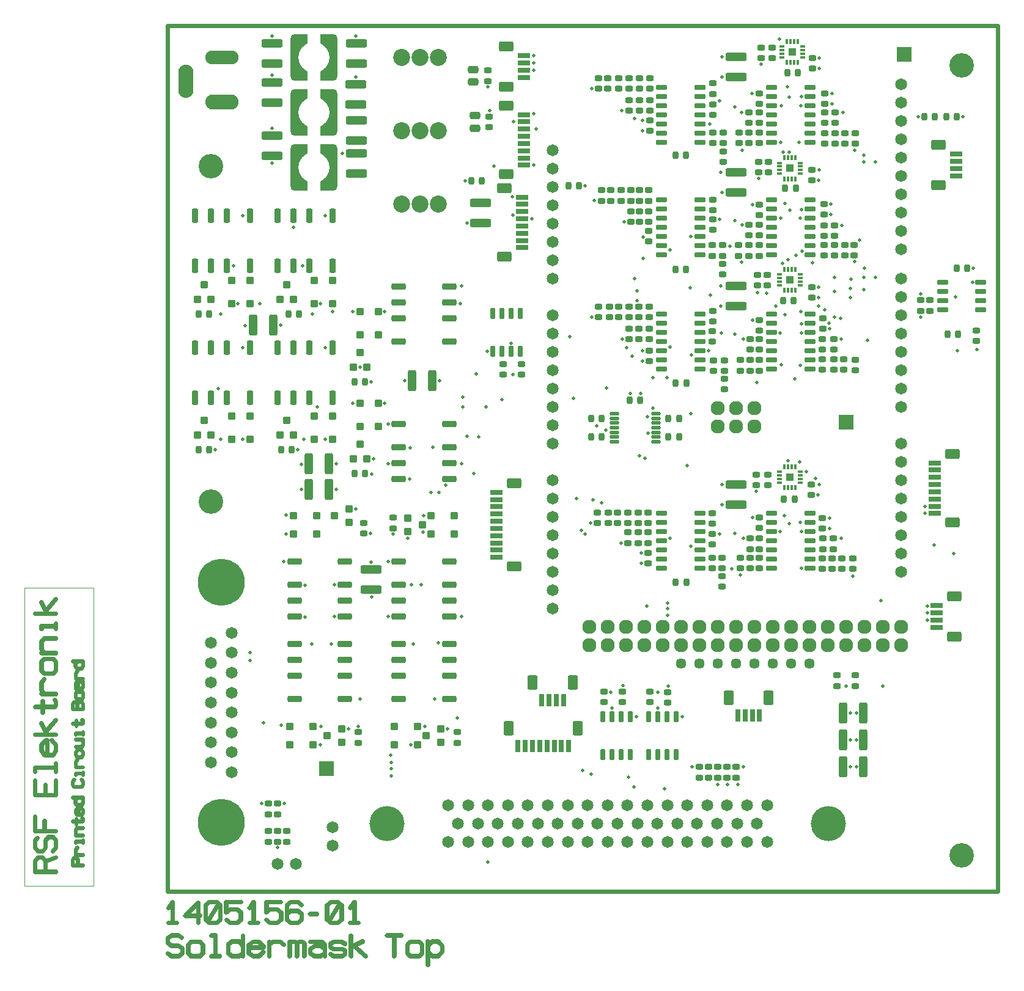
<source format=gbr>
*
G04 Job   : F:\ECADdesigns\1405165-01-00-A\PCB\1405165-01-00-A.pcb*
G04 User  : AT01PC650:at10682*
G04 Layer : Soldermask_Top.gbr*
G04 Date  : Tue May 09 13:27:58 2023*
G04 Soldermask Top*
%ICAS*%
%MOMM*%
%FSLAX54Y54*%
%OFA0.0000B0.0000*%
G90*
G74*
%AMVB_RECTANGLE*
21,1,$1,$2,0,0,$3*
%
%AMVB_RCRECTANGLE*
$3=$3X2*
21,1,$1-$3,$2,0,0,0*
21,1,$1,$2-$3,0,0,0*
$1=$1/2*
$2=$2/2*
$3=$3/2*
$1=$1-$3*
$2=$2-$3*
1,1,$3X2,0-$1,0-$2*
1,1,$3X2,0-$1,$2*
1,1,$3X2,$1,$2*
1,1,$3X2,$1,0-$2*
%
%AMVB_Custom_WE-TPC_M*
$4 = $2X2.6500*
$5 = $3X0.0000*
$6 = $2X0.0000*
$7 = $3X2.6500*
1,1,1.1600,$4-$5,$6+$7*
$4 = $2X-2.6500*
$5 = $3X0.0000*
$6 = $2X0.0000*
$7 = $3X-2.6500*
1,1,1.1600,$4-$5,$6+$7*
4,1,18,3.2300,-1.7800,3.2300,0.0000,2.6500,0.5800,-2.6500,0.5800,-3.2300,0.0000,-3.2300,-1.7800,-1.9330,-1.7800,-1.7110,-1.3982,-1.4145,-1.0709,-1.0566,-0.8121,-0.6529,-0.6330,-0.2208,-0.5415,0.2208,-0.5415,0.6529,-0.6330,1.0566,-0.8121,1.4145,-1.0709,1.7110,-1.3982,1.9330,-1.7800,3.2300,-1.7800,$1*
%
%ADD14C,0.00500*%
%ADD10C,0.01000*%
%ADD13C,0.50000*%
%ADD12C,0.60000*%
%ADD40C,1.45000*%
%ADD30C,1.65000*%
%ADD37C,1.96000*%
%ADD39C,2.36000*%
%ADD11C,3.40000*%
%ADD41C,4.86000*%
%ADD73C,6.51000*%
%ADD33O,4.61000X1.91000*%
%ADD32O,4.61000X2.11000*%
%ADD34O,2.11000X4.61000*%
%ADD25VB_RECTANGLE,1.05000X1.05000X90.00000*%
%ADD70VB_RECTANGLE,2.00000X2.00000X0.00000*%
%ADD21VB_Custom_WE-TPC_M,90.00000X0.00000X1.00000*%
%ADD22VB_Custom_WE-TPC_M,270.00000X-0.00000X-1.00000*%
%ADD23VB_RCRECTANGLE,0.75000X0.40000X0.10000*%
%ADD24VB_RCRECTANGLE,0.40000X0.75000X0.10000*%
%ADD15VB_RCRECTANGLE,1.06000X0.81000X0.23000*%
%ADD16VB_RCRECTANGLE,0.81000X1.06000X0.23000*%
%ADD71VB_RCRECTANGLE,1.06000X0.96000X0.18000*%
%ADD72VB_RCRECTANGLE,0.96000X1.06000X0.18000*%
%ADD31VB_RCRECTANGLE,1.31000X0.51000X0.18000*%
%ADD29VB_RCRECTANGLE,1.46000X0.76000X0.18000*%
%ADD38VB_RCRECTANGLE,0.76000X1.46000X0.18000*%
%ADD18VB_RCRECTANGLE,1.46000X1.01000X0.28000*%
%ADD36VB_RCRECTANGLE,1.76000X0.76000X0.18000*%
%ADD27VB_RCRECTANGLE,0.76000X1.76000X0.18000*%
%ADD20VB_RCRECTANGLE,1.96000X0.91000X0.18000*%
%ADD28VB_RCRECTANGLE,0.91000X1.96000X0.18000*%
%ADD35VB_RCRECTANGLE,1.96000X1.36000X0.18000*%
%ADD26VB_RCRECTANGLE,1.36000X1.96000X0.18000*%
%ADD17VB_RCRECTANGLE,2.96000X1.16000X0.28000*%
%ADD19VB_RCRECTANGLE,1.16000X2.96000X0.28000*%
G01*
G54D10*
X1150000D01*
Y1200000*
X0*
Y0*
G54D11*
X60000Y540000D03*
Y1005000D03*
X1100000Y50000D03*
Y1145000D03*
G54D12*
X0Y0D02*
X1150000D01*
Y1200000*
X0*
Y0*
G54D13*
X-183520Y165492D02*
X-183460Y165252D01*
X-183340Y165102*
X-183130Y165042*
X-182890Y165012*
X-182680Y165042*
X-182470Y165102*
X-182350Y165252*
X-182290Y165492*
Y170742*
X-154780*
Y165492*
X-154720Y165252*
X-154570Y165102*
X-154360Y165042*
X-154120Y165012*
X-153910Y165042*
X-153730Y165102*
X-153580Y165252*
X-153520Y165492*
Y177192*
X-153580Y177402*
X-153730Y177582*
X-153910Y177672*
X-154120Y177702*
X-154360Y177672*
X-154570Y177582*
X-154720Y177402*
X-154780Y177192*
Y171912*
X-182920*
X-183130Y171852*
X-183310Y171732*
X-183460Y171582*
X-183520Y171342*
Y165492*
X-182920Y256182D02*
X-183130Y256122D01*
X-183310Y255972*
X-183400Y255792*
X-183430Y255582*
X-183400Y255372*
X-183310Y255162*
X-183130Y255012*
X-182920Y254982*
X-173230*
Y247632*
X-173170Y247422*
X-173050Y247272*
X-172840Y247182*
X-172630*
X-172420*
X-172210Y247272*
X-172090Y247422*
X-172030Y247632*
Y254982*
X-156160*
X-156010Y255012*
X-155860Y255102*
X-155770Y255162*
X-155710Y255282*
X-153640Y258282*
X-153550Y258402*
X-153520Y258582*
Y262602*
X-153550Y262782*
X-153640Y262932*
X-155710Y265932*
X-155860Y266112*
X-156040Y266172*
X-156250Y266142*
X-156460Y266022*
X-156610Y265872*
X-156730Y265722*
X-156760Y265512*
X-156670Y265302*
X-154750Y262422*
Y258702*
X-156460Y256182*
X-172030*
Y263592*
X-172090Y263802*
X-172210Y263982*
X-172420Y264072*
X-172630Y264102*
X-172840Y264072*
X-173050Y263982*
X-173170Y263802*
X-173230Y263592*
Y256182*
X-182920*
X-182290Y27552D02*
Y41892D01*
X-178510Y46572*
X-172930*
X-169120Y41892*
Y27552*
X-182290*
Y103842D02*
X-182350Y104052D01*
X-182470Y104232*
X-182680Y104322*
X-182890Y104352*
X-183130Y104322*
X-183340Y104232*
X-183460Y104052*
X-183520Y103842*
Y83592*
X-183460Y83382*
X-183310Y83202*
X-183130Y83052*
X-182920Y82992*
X-154120*
X-153910Y83052*
X-153730Y83202*
X-153640Y83382*
X-153610Y83592*
X-153640Y83832*
X-153730Y84042*
X-153910Y84192*
X-154120Y84252*
X-169270*
Y97842*
X-169300Y98052*
X-169450Y98232*
X-169660Y98322*
X-169870Y98352*
X-170110Y98322*
X-170320Y98232*
X-170440Y98052*
X-170500Y97842*
Y84252*
X-182290*
Y103842*
Y153642D02*
X-182350Y153852D01*
X-182470Y154032*
X-182680Y154122*
X-182890Y154152*
X-183130Y154122*
X-183340Y154032*
X-183460Y153852*
X-183520Y153642*
Y133392*
X-183460Y133182*
X-183310Y133002*
X-183130Y132852*
X-182920Y132792*
X-154120*
X-153910Y132852*
X-153730Y133002*
X-153580Y133182*
X-153520Y133392*
Y153642*
X-153580Y153852*
X-153730Y154032*
X-153910Y154122*
X-154120Y154152*
X-154360Y154122*
X-154570Y154032*
X-154720Y153852*
X-154780Y153642*
Y134052*
X-167920*
Y147642*
X-167980Y147852*
X-168130Y148032*
X-168310Y148122*
X-168520Y148152*
X-168730Y148122*
X-168940Y148032*
X-169090Y147852*
X-169120Y147642*
Y134052*
X-182290*
Y153642*
X-174970Y195042D02*
X-174940Y203172D01*
X-174910Y203292*
X-174880Y203412*
X-174790Y203592*
X-168730Y209682*
X-168580Y209712*
X-168460Y209742*
X-168400*
Y209772*
X-168250Y209802*
X-166240*
X-166030Y209772*
X-165850Y209622*
X-165700Y209472*
X-165640Y209202*
Y189612*
X-158440*
X-154720Y195192*
Y202872*
X-160630Y208782*
X-160750Y208962*
Y209172*
X-160690Y209412*
X-160540Y209592*
X-160360Y209712*
X-160150Y209802*
X-159910*
X-159730Y209682*
X-153700Y203592*
X-153580Y203412*
X-153550Y203292*
X-153520Y203172*
Y195042*
X-153550Y194862*
X-153640Y194712*
X-157660Y188682*
X-157720Y188562*
X-157840Y188502*
X-157990Y188412*
X-158140Y188382*
X-170320*
X-170470Y188412*
X-170620Y188502*
X-170710Y188562*
X-170740Y188592*
X-170800Y188682*
X-174820Y194712*
X-174940Y194862*
X-174970Y195042*
X-174130Y233712D02*
X-174280Y233922D01*
X-174460Y233982*
X-174670*
X-174880Y233892*
X-175060Y233772*
X-175210Y233592*
X-175240Y233472*
X-175270Y233382*
X-175240Y233262*
X-175210Y233142*
X-167440Y217902*
X-182920*
X-183130Y217842*
X-183310Y217692*
X-183400Y217482*
X-183430Y217242*
X-183400Y217032*
X-183310Y216852*
X-183130Y216702*
X-182920Y216642*
X-154120*
X-153880Y216702*
X-153730Y216852*
X-153640Y217032*
X-153610Y217242*
X-153640Y217482*
X-153730Y217692*
X-153880Y217842*
X-154120Y217902*
X-166060*
X-167800Y221202*
X-153670Y237102*
X-153550Y237282*
Y237492*
X-153640Y237672*
X-153760Y237852*
X-153940Y237972*
X-154180Y238032*
X-154390*
X-154570Y237912*
X-168400Y222342*
X-174130Y233712*
Y401172D02*
X-174280Y401382D01*
X-174460Y401442*
X-174670*
X-174880Y401352*
X-175060Y401232*
X-175210Y401052*
X-175240Y400932*
X-175270Y400842*
X-175240Y400722*
X-175210Y400602*
X-167440Y385362*
X-182920*
X-183130Y385302*
X-183310Y385152*
X-183400Y384942*
X-183430Y384702*
X-183400Y384492*
X-183310Y384312*
X-183130Y384162*
X-182920Y384102*
X-154120*
X-153880Y384162*
X-153730Y384312*
X-153640Y384492*
X-153610Y384702*
X-153640Y384942*
X-153730Y385152*
X-153880Y385302*
X-154120Y385362*
X-166060*
X-167800Y388662*
X-153670Y404562*
X-153550Y404742*
Y404952*
X-153640Y405132*
X-153760Y405312*
X-153940Y405432*
X-154180Y405492*
X-154390*
X-154570Y405372*
X-168400Y389802*
X-174130Y401172*
X-172120Y47562D02*
X-172180Y47652D01*
X-172330Y47682*
X-172480Y47742*
X-172630Y47772*
X-178810*
X-178960Y47742*
X-179050Y47682*
X-179140*
X-179170Y47652*
X-179200Y47592*
X-179290Y47562*
X-183400Y42462*
X-183460Y42312*
X-183490Y42192*
X-183520Y42072*
Y26952*
X-183460Y26682*
X-183310Y26502*
X-183130Y26352*
X-182920Y26292*
X-154120*
X-153880Y26352*
X-153730Y26502*
X-153640Y26682*
X-153610Y26892*
X-153640Y27132*
X-153730Y27342*
X-153880Y27492*
X-154120Y27552*
X-167920*
Y41652*
X-153940Y46572*
X-153730Y46692*
X-153610Y46902*
X-153580Y47112*
X-153640Y47322*
X-153730Y47502*
X-153910Y47652*
X-154090Y47712*
X-154330Y47682*
X-168310Y42762*
X-172120Y47562*
X-170020Y302682D02*
X-158440D01*
X-154720Y306372*
Y317952*
X-158440Y321672*
X-170020*
X-173740Y317952*
Y306372*
X-170020Y302682*
X-169960Y189612D02*
X-166840D01*
Y208602*
X-168010*
X-173740Y202872*
Y195192*
X-169960Y189612*
X-169030Y70812D02*
X-164920Y75882D01*
X-164800Y75972*
X-164650Y76002*
X-164560Y76032*
X-164470Y76062*
X-164410Y76092*
X-158230*
X-158140Y76062*
X-157930Y76002*
X-157870Y75972*
X-157750Y75882*
X-153640Y70842*
X-153580Y70692*
X-153550Y70662*
Y70572*
X-153520Y70542*
Y70512*
Y70452*
Y60342*
X-153550Y60222*
X-153580Y60102*
X-153640Y59982*
X-157750Y54942*
X-157810Y54852*
X-157900Y54792*
X-157990Y54762*
X-158080Y54732*
X-158290Y54792*
X-158500Y54882*
X-158650Y55032*
X-158770Y55212*
X-158800Y55422*
X-158740Y55632*
X-154750Y60522*
Y70212*
X-158530Y74892*
X-164110*
X-167920Y70212*
Y60342*
Y60192*
X-167950Y60072*
X-168010Y59982*
X-172120Y54942*
X-172150Y54852*
X-172210Y54822*
X-172300Y54762*
X-172510Y54702*
X-172630Y54672*
X-178810*
X-178960Y54702*
X-179080Y54762*
X-179140Y54822*
X-179200Y54852*
X-179290Y54942*
X-183400Y59982*
X-183430Y60102*
X-183460Y60162*
X-183490Y60222*
Y60192*
X-183520Y60342*
Y70452*
X-183490Y70572*
X-183460Y70632*
X-183430Y70722*
X-183400Y70812*
X-180310Y74592*
X-180160Y74742*
X-179980Y74802*
X-179770Y74772*
X-179560Y74682*
X-179410Y74502*
X-179290Y74292*
X-179260Y74082*
X-179320Y73872*
X-182290Y70272*
Y60522*
X-178510Y55902*
X-172930*
X-169120Y60522*
Y70422*
X-169090Y70572*
X-169060Y70692*
X-169030Y70812*
X-154120Y273042D02*
X-153880Y273102D01*
X-153730Y273252*
X-153640Y273432*
X-153610Y273642*
X-153640Y273882*
X-153730Y274092*
X-153880Y274242*
X-154120Y274302*
X-170020*
X-173740Y278922*
Y288612*
X-169810Y293532*
X-169720Y293712*
X-169750Y293922*
X-169840Y294132*
X-169990Y294282*
X-170200Y294402*
X-170410Y294432*
X-170620Y294402*
X-170800Y294282*
X-174820Y289212*
X-174880Y289062*
X-174910Y288942*
X-174940Y288822*
Y278712*
X-174910Y278592*
X-174880Y278502*
X-174820Y278352*
X-171580Y274302*
X-174340*
X-174580Y274242*
X-174730Y274092*
X-174850Y273882*
X-174880Y273642*
X-174850Y273432*
X-174730Y273252*
X-174580Y273102*
X-174340Y273042*
X-170380*
X-170320*
X-170200*
X-154120*
Y349962D02*
X-153880Y349992D01*
X-153730Y350142*
X-153640Y350352*
X-153610Y350562*
X-153640Y350772*
X-153730Y350952*
X-153880Y351102*
X-154120Y351162*
X-170320*
X-170410Y351132*
X-170530Y351072*
X-170680Y351042*
X-170800Y350952*
X-174820Y345882*
X-174880Y345732*
X-174910Y345612*
X-174940Y345492*
Y335382*
X-174910Y335262*
X-174880Y335172*
X-174820Y335022*
X-171580Y330972*
X-174340*
X-174580Y330912*
X-174730Y330762*
X-174850Y330552*
X-174880Y330312*
X-174850Y330102*
X-174730Y329922*
X-174580Y329772*
X-174340Y329712*
X-154120*
X-153880Y329772*
X-153730Y329922*
X-153640Y330102*
X-153610Y330312*
X-153640Y330552*
X-153730Y330762*
X-153880Y330912*
X-154120Y330972*
X-170020*
X-173740Y335592*
Y345282*
X-170020Y349962*
X-154120*
X-153520Y318252D02*
Y306132D01*
Y306012*
X-153550Y305952*
X-153580Y305802*
X-153700Y305652*
X-157720Y301632*
X-157870Y301482*
X-158020Y301452*
X-158170*
X-170320*
X-170410*
X-170590Y301482*
X-170770Y301632*
X-174790Y305652*
X-174880Y305802*
X-174910Y305952*
X-174940Y306012*
X-174970Y306132*
X-174940Y318252*
X-174910Y318372*
X-174880Y318492*
X-174790Y318672*
X-170770Y322752*
X-170620Y322782*
X-170500Y322812*
X-170440Y322842*
X-170410*
X-170320Y322872*
X-158170*
X-158020Y322842*
X-157930Y322812*
X-157720Y322752*
X-153700Y318672*
X-153580Y318492*
X-153550Y318372*
X-153520Y318252*
Y371292D02*
X-153580Y371532D01*
X-153700Y371652*
X-153910Y371742*
X-154120Y371772*
X-154330Y371742*
X-154540Y371652*
X-154660Y371532*
X-154720Y371292*
Y368142*
X-174340*
X-174580Y368082*
X-174730Y367962*
X-174910Y367782*
X-174940Y367572*
Y363852*
X-174910Y363642*
X-174760Y363492*
X-174550Y363402*
X-174340Y363372*
X-174130Y363402*
X-173950Y363492*
X-173800Y363642*
X-173740Y363852*
Y367002*
X-154720*
Y363852*
X-154660Y363642*
X-154540Y363492*
X-154330Y363402*
X-154120Y363372*
X-153910Y363402*
X-153700Y363492*
X-153580Y363642*
X-153520Y363852*
Y371292*
X-131160Y96981D02*
X-131265Y96951D01*
X-131355Y96876*
X-131400Y96786*
X-131415Y96681*
X-131400Y96576*
X-131355Y96471*
X-131265Y96396*
X-131160Y96381*
X-126315*
Y92706*
X-126285Y92601*
X-126225Y92526*
X-126120Y92481*
X-126015*
X-125910*
X-125805Y92526*
X-125745Y92601*
X-125715Y92706*
Y96381*
X-117780*
X-117705Y96396*
X-117630Y96441*
X-117585Y96471*
X-117555Y96531*
X-116520Y98031*
X-116475Y98091*
X-116460Y98181*
Y100191*
X-116475Y100281*
X-116520Y100356*
X-117555Y101856*
X-117630Y101946*
X-117720Y101976*
X-117825Y101961*
X-117930Y101901*
X-118005Y101826*
X-118065Y101751*
X-118080Y101646*
X-118035Y101541*
X-117075Y100101*
Y98241*
X-117930Y96981*
X-125715*
Y100686*
X-125745Y100791*
X-125805Y100881*
X-125910Y100926*
X-126015Y100941*
X-126120Y100926*
X-126225Y100881*
X-126285Y100791*
X-126315Y100686*
Y96981*
X-131160*
Y232806D02*
X-131265Y232776D01*
X-131355Y232701*
X-131400Y232611*
X-131415Y232506*
X-131400Y232401*
X-131355Y232296*
X-131265Y232221*
X-131160Y232206*
X-126315*
Y228531*
X-126285Y228426*
X-126225Y228351*
X-126120Y228306*
X-126015*
X-125910*
X-125805Y228351*
X-125745Y228426*
X-125715Y228531*
Y232206*
X-117780*
X-117705Y232221*
X-117630Y232266*
X-117585Y232296*
X-117555Y232356*
X-116520Y233856*
X-116475Y233916*
X-116460Y234006*
Y236016*
X-116475Y236106*
X-116520Y236181*
X-117555Y237681*
X-117630Y237771*
X-117720Y237801*
X-117825Y237786*
X-117930Y237726*
X-118005Y237651*
X-118065Y237576*
X-118080Y237471*
X-118035Y237366*
X-117075Y235926*
Y234066*
X-117930Y232806*
X-125715*
Y236511*
X-125745Y236616*
X-125805Y236706*
X-125910Y236751*
X-126015Y236766*
X-126120Y236751*
X-126225Y236706*
X-126285Y236616*
X-126315Y236511*
Y232806*
X-131160*
X-130845Y36426D02*
Y43596D01*
X-128955Y45936*
X-126165*
X-124260Y43596*
Y36426*
X-130845*
Y252591D02*
Y259896D01*
X-128985Y261561*
X-126195*
X-124860Y259911*
Y252591*
X-130845*
X-129210Y262191D02*
X-131355Y260256D01*
X-131430Y260151*
X-131460Y260046*
Y252261*
X-131430Y252156*
X-131370Y252066*
X-131265Y251991*
X-131160Y251961*
X-124605*
X-124560*
X-124515*
X-116760*
X-116655Y251991*
X-116550Y252066*
X-116475Y252156*
X-116460Y252261*
Y260136*
X-118605Y262596*
X-118695Y262656*
X-118815Y262686*
X-122025*
X-124515Y260481*
X-125775Y262056*
X-125835Y262101*
X-125910Y262146*
X-125985Y262176*
X-126030Y262191*
X-129210*
X-127185Y108756D02*
X-127170Y112821D01*
X-127155Y112881*
X-127140Y112941*
X-127095Y113031*
X-124065Y116076*
X-123990Y116091*
X-123930Y116106*
X-123900*
Y116121*
X-123825Y116136*
X-122820*
X-122715Y116121*
X-122625Y116046*
X-122550Y115971*
X-122520Y115836*
Y106041*
X-118920*
X-117060Y108831*
Y112671*
X-120015Y115626*
X-120075Y115716*
Y115821*
X-120045Y115941*
X-119970Y116031*
X-119880Y116091*
X-119775Y116136*
X-119655*
X-119565Y116076*
X-116550Y113031*
X-116490Y112941*
X-116475Y112881*
X-116460Y112821*
Y108756*
X-116475Y108666*
X-116520Y108591*
X-118530Y105576*
X-118560Y105516*
X-118620Y105486*
X-118695Y105441*
X-118770Y105426*
X-124860*
X-124935Y105441*
X-125010Y105486*
X-125055Y105516*
X-125070Y105531*
X-125100Y105576*
X-127110Y108591*
X-127170Y108666*
X-127185Y108756*
X-125760Y46431D02*
X-125790Y46476D01*
X-125865Y46491*
X-125940Y46521*
X-126015Y46536*
X-129105*
X-129180Y46521*
X-129225Y46491*
X-129270*
X-129285Y46476*
X-129300Y46446*
X-129345Y46431*
X-131400Y43881*
X-131430Y43806*
X-131445Y43746*
X-131460Y43686*
Y36126*
X-131430Y35991*
X-131355Y35901*
X-131265Y35826*
X-131160Y35796*
X-116760*
X-116640Y35826*
X-116565Y35901*
X-116520Y35991*
X-116505Y36096*
X-116520Y36216*
X-116565Y36321*
X-116640Y36396*
X-116760Y36426*
X-123660*
Y43686*
X-123675Y43791*
X-123690Y43821*
Y43851*
X-123705Y43881*
X-125760Y46431*
X-124845Y120186D02*
X-126720Y122496D01*
Y127296*
X-123810Y129681*
X-118965*
X-117075Y127341*
Y122496*
X-118965Y120186*
X-124845*
Y309246D02*
X-126720Y311556D01*
Y316356*
X-123810Y318741*
X-118965*
X-117075Y316401*
Y311556*
X-118965Y309246*
X-124845*
X-124710Y266766D02*
X-118920D01*
X-117060Y268611*
Y274401*
X-118920Y276261*
X-124710*
X-126570Y274401*
Y268611*
X-124710Y266766*
X-124680Y106041D02*
X-123120D01*
Y115536*
X-123705*
X-126570Y112671*
Y108831*
X-124680Y106041*
X-124245Y252591D02*
Y259881D01*
X-121770Y262086*
X-118950*
X-117075Y259911*
Y252591*
X-124245*
X-121650Y280911D02*
X-123540Y283686D01*
Y287601*
X-121650Y290406*
X-118920*
X-117060Y287601*
Y283686*
X-118920Y280911*
X-121650*
X-118770Y199956D02*
X-118725Y199971D01*
X-118650Y200001*
X-118590Y200031*
X-118545Y200091*
X-116520Y202611*
X-116490Y202671*
X-116475Y202731*
X-116460Y202791*
Y207846*
Y207876*
X-116475Y207906*
Y207921*
Y207951*
X-116490Y207981*
X-116520Y208041*
X-118155Y210081*
X-116760*
X-116640Y210096*
X-116565Y210171*
X-116520Y210276*
X-116505Y210381*
X-116520Y210486*
X-116565Y210576*
X-116640Y210651*
X-116760Y210681*
X-126870*
X-126990Y210651*
X-127065Y210576*
X-127125Y210486*
X-127140Y210381*
X-127125Y210276*
X-127065Y210171*
X-126990Y210096*
X-126870Y210081*
X-118920*
X-117060Y207741*
Y202896*
X-118920Y200586*
X-126870*
X-126990Y200556*
X-127065Y200481*
X-127125Y200376*
X-127140Y200256*
X-127125Y200151*
X-127065Y200061*
X-126990Y199986*
X-126870Y199956*
X-118770*
X-116760Y49971D02*
X-116640Y50001D01*
X-116565Y50076*
X-116520Y50166*
X-116505Y50271*
X-116520Y50391*
X-116565Y50496*
X-116640Y50571*
X-116760Y50601*
X-124710*
X-126570Y52911*
Y57756*
X-124605Y60216*
X-124560Y60306*
X-124575Y60411*
X-124620Y60516*
X-124695Y60591*
X-124800Y60651*
X-124905Y60666*
X-125010Y60651*
X-125100Y60591*
X-127110Y58056*
X-127140Y57981*
X-127155Y57921*
X-127170Y57861*
Y52806*
X-127155Y52746*
X-127140Y52701*
X-127110Y52626*
X-125490Y50601*
X-126870*
X-126990Y50571*
X-127065Y50496*
X-127125Y50391*
X-127140Y50271*
X-127125Y50166*
X-127065Y50076*
X-126990Y50001*
X-126870Y49971*
X-124890*
X-124860*
X-124800*
X-116760*
Y87336D02*
X-116640Y87351D01*
X-116565Y87426*
X-116520Y87531*
X-116505Y87636*
X-116520Y87741*
X-116565Y87831*
X-116640Y87906*
X-116760Y87936*
X-124860*
X-124905Y87921*
X-124965Y87891*
X-125040Y87876*
X-125100Y87831*
X-127110Y85296*
X-127140Y85221*
X-127155Y85161*
X-127170Y85101*
Y80046*
X-127155Y79986*
X-127140Y79941*
X-127110Y79866*
X-125490Y77841*
X-126870*
X-126990Y77811*
X-127065Y77736*
X-127125Y77631*
X-127140Y77511*
X-127125Y77406*
X-127065Y77316*
X-126990Y77241*
X-126870Y77211*
X-116760*
X-116640Y77241*
X-116565Y77316*
X-116520Y77406*
X-116505Y77511*
X-116520Y77631*
X-116565Y77736*
X-116640Y77811*
X-116760Y77841*
X-124710*
X-126570Y80151*
Y84996*
X-124710Y87336*
X-116760*
Y171621D02*
X-116640Y171651D01*
X-116565Y171726*
X-116520Y171816*
X-116505Y171921*
X-116520Y172041*
X-116565Y172146*
X-116640Y172221*
X-116760Y172251*
X-124710*
X-126570Y174561*
Y179406*
X-124605Y181866*
X-124560Y181956*
X-124575Y182061*
X-124620Y182166*
X-124695Y182241*
X-124800Y182301*
X-124905Y182316*
X-125010Y182301*
X-125100Y182241*
X-127110Y179706*
X-127140Y179631*
X-127155Y179571*
X-127170Y179511*
Y174456*
X-127155Y174396*
X-127140Y174351*
X-127110Y174276*
X-125490Y172251*
X-126870*
X-126990Y172221*
X-127065Y172146*
X-127125Y172041*
X-127140Y171921*
X-127125Y171816*
X-127065Y171726*
X-126990Y171651*
X-126870Y171621*
X-124890*
X-124860*
X-124800*
X-116760*
Y290406D02*
X-116640Y290421D01*
X-116565Y290496*
X-116520Y290601*
X-116505Y290706*
X-116520Y290811*
X-116565Y290901*
X-116640Y290976*
X-116760Y291006*
X-124860*
X-124905Y290976*
X-124965*
X-125070Y290931*
X-127095Y288906*
X-127140Y288816*
X-127155Y288756*
X-127170Y288681*
Y280581*
X-127155Y280476*
X-127080Y280386*
X-126975Y280341*
X-126870Y280326*
X-126765Y280341*
X-126675Y280386*
X-126600Y280476*
X-126570Y280581*
Y288531*
X-124710Y290406*
X-122355*
X-124095Y287826*
X-124125Y287766*
X-124140Y287676*
Y283626*
X-124125Y283521*
X-124095Y283461*
X-122055Y280431*
X-122025Y280401*
X-122010Y280386*
X-121995Y280356*
X-121920Y280296*
X-121815Y280281*
X-118770*
X-118695Y280296*
X-118620Y280356*
X-118575Y280386*
X-118545Y280431*
X-116520Y283461*
X-116475Y283536*
X-116460Y283626*
Y287676*
X-116475Y287766*
X-116520Y287826*
X-118215Y290406*
X-116760*
Y294426D02*
X-116640Y294456D01*
X-116565Y294531*
X-116520Y294621*
X-116505Y294726*
X-116520Y294846*
X-116565Y294951*
X-116640Y295026*
X-116760Y295056*
X-124710*
X-126570Y297366*
Y302211*
X-124605Y304671*
X-124560Y304761*
X-124575Y304866*
X-124620Y304971*
X-124695Y305046*
X-124800Y305106*
X-124905Y305121*
X-125010Y305106*
X-125100Y305046*
X-127110Y302511*
X-127140Y302436*
X-127155Y302376*
X-127170Y302316*
Y297261*
X-127155Y297201*
X-127140Y297156*
X-127110Y297081*
X-125490Y295056*
X-126870*
X-126990Y295026*
X-127065Y294951*
X-127125Y294846*
X-127140Y294726*
X-127125Y294621*
X-127065Y294531*
X-126990Y294456*
X-126870Y294426*
X-124890*
X-124860*
X-124800*
X-116760*
X-116520Y122211D02*
X-116490Y122271D01*
X-116475Y122331*
X-116460Y122391*
Y127446*
Y127506*
X-116475Y127536*
X-116490Y127566*
X-116520Y127641*
X-118185Y129681*
X-116760*
X-116640Y129696*
X-116565Y129771*
X-116520Y129876*
X-116505Y129981*
X-116520Y130086*
X-116565Y130176*
X-116640Y130251*
X-116760Y130281*
X-123975*
X-124005*
X-131160*
X-131265Y130251*
X-131355Y130176*
X-131400Y130086*
X-131415Y129981*
X-131400Y129876*
X-131355Y129771*
X-131265Y129696*
X-131160Y129681*
X-124815*
X-127230Y127701*
X-127275Y127641*
X-127320Y127536*
X-127335Y127491*
X-127350Y127446*
Y122391*
X-127320Y122331*
X-127305Y122286*
X-127275Y122211*
X-125220Y119691*
X-125175Y119631*
X-125115Y119601*
X-125040Y119571*
X-124980Y119556*
X-118815*
X-118740Y119571*
X-118680Y119601*
X-118620Y119631*
X-118575Y119691*
X-116520Y122211*
Y147096D02*
X-118575Y144576D01*
X-118620Y144501*
X-118680Y144486*
X-118740Y144456*
X-118815Y144441*
X-129105*
X-129180Y144456*
X-129240Y144486*
X-129270Y144516*
X-129300Y144531*
X-129345Y144561*
X-131400Y147096*
X-131415Y147141*
X-131430Y147186*
X-131445Y147201*
X-131460Y147261*
Y152316*
X-131445Y152391*
X-131430Y152421*
X-131415Y152451*
X-131400Y152511*
X-129345Y155046*
X-129270Y155106*
X-129150Y155136*
X-129075Y155121*
X-128985Y155091*
X-128925Y155046*
X-128865Y154971*
X-128820Y154896*
X-128805Y154821*
Y154746*
X-128850Y154686*
X-130845Y152211*
Y147366*
X-128955Y145056*
X-118965*
X-117075Y147366*
Y152211*
X-119070Y154686*
X-119100Y154746*
X-119115Y154821*
X-119100Y154896*
X-119055Y154971*
X-118995Y155046*
X-118920Y155091*
X-118845Y155121*
X-118740Y155136*
X-118650Y155106*
X-118575Y155046*
X-116520Y152511*
X-116490Y152451*
X-116475Y152436*
Y152391*
X-116460Y152376*
Y152361*
Y152316*
Y147261*
X-116475Y147201*
X-116490Y147141*
X-116520Y147096*
Y311271D02*
X-116490Y311331D01*
X-116475Y311391*
X-116460Y311451*
Y316506*
Y316566*
X-116475Y316596*
X-116490Y316626*
X-116520Y316701*
X-118185Y318741*
X-116760*
X-116640Y318756*
X-116565Y318831*
X-116520Y318936*
X-116505Y319041*
X-116520Y319146*
X-116565Y319236*
X-116640Y319311*
X-116760Y319341*
X-123975*
X-124005*
X-131160*
X-131265Y319311*
X-131355Y319236*
X-131400Y319146*
X-131415Y319041*
X-131400Y318936*
X-131355Y318831*
X-131265Y318756*
X-131160Y318741*
X-124815*
X-127230Y316761*
X-127275Y316701*
X-127320Y316596*
X-127335Y316551*
X-127350Y316506*
Y311451*
X-127320Y311391*
X-127305Y311346*
X-127275Y311271*
X-125220Y308751*
X-125175Y308691*
X-125115Y308661*
X-125040Y308631*
X-124980Y308616*
X-118815*
X-118740Y308631*
X-118680Y308661*
X-118620Y308691*
X-118575Y308751*
X-116520Y311271*
X-116460Y70806D02*
X-116490Y70926D01*
X-116550Y70986*
X-116655Y71031*
X-116760Y71046*
X-116865Y71031*
X-116970Y70986*
X-117030Y70926*
X-117060Y70806*
Y69231*
X-126870*
X-126990Y69201*
X-127065Y69141*
X-127155Y69051*
X-127170Y68946*
Y67086*
X-127155Y66981*
X-127080Y66906*
X-126975Y66861*
X-126870Y66846*
X-126765Y66861*
X-126675Y66906*
X-126600Y66981*
X-126570Y67086*
Y68661*
X-117060*
Y67086*
X-117030Y66981*
X-116970Y66906*
X-116865Y66861*
X-116760Y66846*
X-116655Y66861*
X-116550Y66906*
X-116490Y66981*
X-116460Y67086*
Y70806*
Y165216D02*
X-116490Y165336D01*
X-116550Y165396*
X-116655Y165441*
X-116760Y165456*
X-116865Y165441*
X-116970Y165396*
X-117030Y165336*
X-117060Y165216*
Y163641*
X-126870*
X-126990Y163611*
X-127065Y163551*
X-127155Y163461*
X-127170Y163356*
Y161496*
X-127155Y161391*
X-127080Y161316*
X-126975Y161271*
X-126870Y161256*
X-126765Y161271*
X-126675Y161316*
X-126600Y161391*
X-126570Y161496*
Y163071*
X-117060*
Y161496*
X-117030Y161391*
X-116970Y161316*
X-116865Y161271*
X-116760Y161256*
X-116655Y161271*
X-116550Y161316*
X-116490Y161391*
X-116460Y161496*
Y165216*
Y193236D02*
Y189171D01*
X-116475Y189081*
X-116520Y189006*
X-118530Y185991*
X-118560Y185931*
X-118620Y185901*
X-118695Y185856*
X-118770Y185841*
X-124860*
X-124935Y185856*
X-125010Y185901*
X-125055Y185931*
X-125070Y185946*
X-125100Y185991*
X-127110Y189006*
X-127170Y189081*
X-127185Y189171*
X-127170Y193236*
Y193266*
X-127155*
X-127140Y193341*
X-127095Y193446*
X-124065Y196491*
X-123945Y196536*
X-123840*
X-123735Y196491*
X-123645Y196431*
X-123585Y196341*
X-123540Y196236*
X-123555Y196131*
X-123615Y196041*
X-126570Y193071*
Y189246*
X-124680Y186456*
X-118920*
X-117060Y189246*
Y193071*
X-120015Y196041*
X-120075Y196131*
Y196236*
X-120045Y196356*
X-119970Y196446*
X-119880Y196506*
X-119775Y196551*
X-119655*
X-119565Y196491*
X-116550Y193446*
X-116490Y193341*
X-116475Y193266*
X-116460*
Y193236*
Y220776D02*
X-116490Y220896D01*
X-116550Y220956*
X-116655Y221001*
X-116760Y221016*
X-116865Y221001*
X-116970Y220956*
X-117030Y220896*
X-117060Y220776*
Y219201*
X-126870*
X-126990Y219171*
X-127065Y219111*
X-127155Y219021*
X-127170Y218916*
Y217056*
X-127155Y216951*
X-127080Y216876*
X-126975Y216831*
X-126870Y216816*
X-126765Y216831*
X-126675Y216876*
X-126600Y216951*
X-126570Y217056*
Y218631*
X-117060*
Y217056*
X-117030Y216951*
X-116970Y216876*
X-116865Y216831*
X-116760Y216816*
X-116655Y216831*
X-116550Y216876*
X-116490Y216951*
X-116460Y217056*
Y220776*
Y274551D02*
Y268491D01*
Y268431*
X-116475Y268401*
X-116490Y268326*
X-116550Y268251*
X-118560Y266241*
X-118635Y266166*
X-118710Y266151*
X-118785*
X-124860*
X-124905*
X-124995Y266166*
X-125085Y266241*
X-127095Y268251*
X-127140Y268326*
X-127155Y268401*
X-127170Y268431*
X-127185Y268491*
X-127170Y274551*
X-127155Y274611*
X-127140Y274671*
X-127095Y274761*
X-125085Y276801*
X-125010Y276816*
X-124950Y276831*
X-124920Y276846*
X-124905*
X-124860Y276861*
X-118785*
X-118710Y276846*
X-118665Y276831*
X-118560Y276801*
X-116550Y274761*
X-116490Y274671*
X-116475Y274611*
X-116460Y274551*
X1355Y-42880D02*
X1115Y-42940D01*
X995Y-43060*
X905Y-43270*
X875Y-43510*
X905Y-43720*
X995Y-43930*
X1115Y-44080*
X1355Y-44110*
X13055*
X13265Y-44080*
X13445Y-43930*
X13535Y-43720*
X13565Y-43510*
X13535Y-43270*
X13445Y-43060*
X13265Y-42940*
X13055Y-42880*
X7775*
Y-14710*
X7745Y-14500*
X7655Y-14350*
X7505Y-14260*
X7295Y-14230*
X7145Y-14200*
X6995*
X6875Y-14260*
X6755Y-14380*
X905Y-22600*
X815Y-22810*
Y-23020*
X905Y-23200*
X1055Y-23350*
X1235Y-23470*
X1445Y-23530*
X1565*
X1655Y-23500*
X1805Y-23320*
X6605Y-16600*
Y-42880*
X1355*
X16175Y-75000D02*
X21245Y-79110D01*
X21335Y-79230*
X21365Y-79380*
X21395Y-79470*
X21425Y-79560*
X21455Y-79620*
Y-85800*
X21425Y-85890*
X21365Y-86100*
X21335Y-86160*
X21245Y-86280*
X16205Y-90390*
X16055Y-90450*
X16025Y-90480*
X15965*
X15905Y-90510*
X15875*
X15815*
X5705*
X5585Y-90480*
X5465Y-90450*
X5345Y-90390*
X305Y-86280*
X155Y-86130*
X125Y-86040*
Y-85950*
X155Y-85740*
X275Y-85530*
X395Y-85380*
X575Y-85260*
X785Y-85230*
X995Y-85290*
X5885Y-89280*
X15575*
X20255Y-85500*
Y-79920*
X15575Y-76110*
X5705*
X5585*
X5435Y-76080*
X5345Y-76020*
X305Y-71910*
X245Y-71880*
X185Y-71820*
X125Y-71730*
X65Y-71520*
X35Y-71400*
Y-65220*
X65Y-65070*
X125Y-64950*
X185Y-64890*
X245Y-64830*
X305Y-64740*
X5345Y-60630*
X5465Y-60600*
X5555Y-60570*
X5585Y-60540*
X5705Y-60510*
X15815*
X15935Y-60540*
X15995Y-60570*
X16085Y-60600*
X16175Y-60630*
X19955Y-63720*
X20105Y-63870*
X20165Y-64050*
X20135Y-64260*
X20045Y-64470*
X19895Y-64620*
X19685Y-64740*
X19445Y-64770*
X19235Y-64710*
X15635Y-61740*
X5885*
X1265Y-65520*
Y-71100*
X5885Y-74910*
X15815*
X15935Y-74940*
X16055Y-74970*
X16175Y-75000*
X26405Y-33190D02*
X42545Y-17110D01*
Y-33190*
X26405*
X29615Y-74010D02*
Y-85590D01*
X33305Y-89310*
X44885*
X48605Y-85590*
Y-74010*
X44885Y-70290*
X33305*
X29615Y-74010*
X42545Y-43510D02*
X42575Y-43750D01*
X42725Y-43900*
X42935Y-43990*
X43145Y-44020*
X43355Y-43990*
X43535Y-43900*
X43685Y-43750*
X43745Y-43510*
Y-34420*
X45155*
X45365Y-34360*
X45545Y-34240*
X45635Y-34030*
X45665Y-33820*
X45635Y-33580*
X45545Y-33370*
X45365Y-33220*
X45155Y-33190*
X43745*
Y-15550*
X43715Y-15400*
X43625Y-15280*
X43505Y-15160*
X43355Y-15070*
X43175Y-15010*
X42995Y-14980*
X42845Y-15010*
X42695Y-15130*
X24485Y-33340*
X24365Y-33520*
X24305Y-33700*
X24335Y-33880*
X24455Y-34090*
X24515Y-34240*
X24635Y-34330*
X24755Y-34390*
X24905Y-34420*
X42545*
Y-43510*
X45185Y-90510D02*
X33065D01*
X32945*
X32885Y-90480*
X32735Y-90450*
X32585Y-90330*
X28565Y-86310*
X28445Y-86160*
X28385Y-86010*
Y-85860*
Y-73710*
Y-73620*
X28445Y-73440*
X28565Y-73260*
X32585Y-69240*
X32735Y-69150*
X32885Y-69120*
X32945Y-69090*
X33065Y-69060*
X45185Y-69090*
X45305Y-69120*
X45425Y-69150*
X45605Y-69240*
X49685Y-73260*
X49715Y-73410*
X49745Y-73530*
X49775Y-73590*
Y-73620*
X49805Y-73710*
Y-85860*
X49775Y-86010*
X49745Y-86100*
X49685Y-86310*
X45605Y-90330*
X45425Y-90450*
X45305Y-90480*
X45185Y-90510*
X52955Y-18340D02*
X57995Y-14230D01*
X58115Y-14200*
X58205Y-14170*
X58235Y-14140*
X58355Y-14110*
X68465*
X68585Y-14140*
X68615*
X68645Y-14170*
X68735Y-14200*
X68855Y-14230*
X73895Y-18340*
X73985Y-18490*
X74015Y-18610*
X74075Y-18700*
X74105Y-18820*
Y-39400*
X74075Y-39490*
X74015Y-39700*
X73985Y-39760*
X73895Y-39880*
X68855Y-43990*
X68735Y-44020*
X68675Y-44050*
X68615Y-44080*
X68555Y-44110*
X68465*
X58355*
X58235Y-44080*
X58115Y-44050*
X57995Y-43990*
X52955Y-39880*
X52895Y-39820*
X52835Y-39790*
X52775Y-39700*
X52715Y-39490*
X52685Y-39400*
Y-18820*
X52715Y-18700*
X52775Y-18610*
X52835Y-18490*
X52955Y-18340*
X53915Y-19120D02*
Y-39100D01*
X55685Y-40600*
X70205Y-16930*
X68225Y-15340*
X58535*
X53915Y-19120*
X56645Y-41380D02*
X58535Y-42880D01*
X68225*
X72905Y-39100*
Y-19120*
X71135Y-17710*
X56645Y-41380*
X60995Y-60510D02*
X60755Y-60570D01*
X60635Y-60720*
X60545Y-60900*
X60515Y-61140*
X60545Y-61350*
X60635Y-61560*
X60755Y-61680*
X60995Y-61740*
X66245*
Y-89250*
X60995*
X60755Y-89310*
X60635Y-89460*
X60545Y-89670*
X60515Y-89910*
X60545Y-90120*
X60635Y-90330*
X60755Y-90450*
X60995Y-90510*
X72695*
X72905Y-90450*
X73085Y-90330*
X73175Y-90120*
X73205Y-89910*
X73175Y-89670*
X73085Y-89460*
X72905Y-89310*
X72695Y-89250*
X67415*
Y-61110*
X67385Y-60900*
X67235Y-60720*
X67085Y-60570*
X66845Y-60510*
X60995*
X66402Y612100D03*
X70689Y696710D03*
X73557Y626533D03*
X74228Y799900D03*
X85115Y-73740D02*
X89735Y-69990D01*
X99335*
X104105Y-75810*
Y-85500*
X99425Y-89280*
X89735*
X85115Y-85500*
Y-73740*
X86675Y-24430D02*
X86555Y-24460D01*
X86465Y-24490*
X86345Y-24550*
X82265Y-27850*
Y-15340*
X101855*
X102065Y-15280*
X102245Y-15160*
X102335Y-14950*
X102365Y-14740*
X102335Y-14500*
X102245Y-14320*
X102065Y-14170*
X101855Y-14110*
X81605*
X81395Y-14170*
X81215Y-14320*
X81065Y-14500*
X81005Y-14710*
Y-29140*
X81035Y-29350*
X81125Y-29500*
X81245Y-29590*
X81455Y-29650*
X81605Y-29710*
X81725Y-29740*
X81875Y-29710*
X81995Y-29620*
X86885Y-25630*
X96575*
X101255Y-29440*
Y-39100*
X96575Y-42850*
X86885*
X81995Y-38890*
X81785Y-38800*
X81605*
X81425Y-38920*
X81245Y-39070*
X81125Y-39280*
X81095Y-39490*
X81125Y-39700*
X81275Y-39850*
X86345Y-43990*
X86435Y-44050*
X86555*
X86675Y-44110*
X96785*
X96875*
X96905Y-44080*
X96935*
X96995Y-44050*
X97055*
X97175Y-43990*
X102245Y-39850*
X102335Y-39760*
X102365Y-39700*
X102425Y-39520*
X102455Y-39400*
Y-29140*
X102425Y-29020*
X102365Y-28840*
Y-28780*
X102335Y-28750*
X102275Y-28690*
X102245Y-28630*
X97175Y-24550*
X97025Y-24490*
X96905Y-24460*
X96785Y-24430*
X86675*
X89195Y-90390D02*
X89285Y-90450D01*
X89405Y-90480*
X89525Y-90510*
X99635*
X99755*
X99815Y-90480*
X99875Y-90450*
X100025Y-90390*
X104105Y-87060*
Y-89910*
X104135Y-90150*
X104285Y-90300*
X104495Y-90390*
X104705Y-90420*
X104915Y-90390*
X105095Y-90300*
X105245Y-90150*
X105305Y-89910*
Y-75480*
Y-75420*
Y-61110*
X105245Y-60900*
X105095Y-60720*
X104915Y-60630*
X104705Y-60600*
X104495Y-60630*
X104285Y-60720*
X104135Y-60900*
X104105Y-61110*
Y-73800*
X100145Y-68970*
X100025Y-68880*
X99815Y-68790*
X99725Y-68760*
X99635Y-68730*
X89525*
X89405Y-68790*
X89315Y-68820*
X89195Y-68880*
X84125Y-72990*
X84005Y-73080*
X83945Y-73200*
X83885Y-73350*
X83855Y-73470*
Y-85800*
X83885Y-85950*
X83945Y-86070*
X84005Y-86190*
X84125Y-86280*
X89195Y-90390*
X91792Y866700D03*
X97950Y814250D03*
X104458Y626450D03*
X104608Y753900D03*
Y936700D03*
X107972Y784447D03*
X113405Y-74070D02*
Y-77190D01*
X132395*
Y-76020*
X126665Y-70290*
X118985*
X113405Y-74070*
X113705Y-42880D02*
X113465Y-42940D01*
X113345Y-43060*
X113255Y-43270*
X113225Y-43510*
X113255Y-43720*
X113345Y-43930*
X113465Y-44080*
X113705Y-44110*
X125405*
X125615Y-44080*
X125795Y-43930*
X125885Y-43720*
X125915Y-43510*
X125885Y-43270*
X125795Y-43060*
X125615Y-42940*
X125405Y-42880*
X120125*
Y-14710*
X120095Y-14500*
X120005Y-14350*
X119855Y-14260*
X119645Y-14230*
X119495Y-14200*
X119345*
X119225Y-14260*
X119105Y-14380*
X113255Y-22600*
X113165Y-22810*
Y-23020*
X113255Y-23200*
X113405Y-23350*
X113585Y-23470*
X113795Y-23530*
X113915*
X114005Y-23500*
X114155Y-23320*
X118955Y-16600*
Y-42880*
X113705*
X114100Y320303D03*
Y330670D03*
X118835Y-69060D02*
X126965Y-69090D01*
X127085Y-69120*
X127205Y-69150*
X127385Y-69240*
X133475Y-75300*
X133505Y-75450*
X133535Y-75570*
Y-75630*
X133565*
X133595Y-75780*
Y-77790*
X133565Y-78000*
X133415Y-78180*
X133265Y-78330*
X132995Y-78390*
X113405*
Y-85590*
X118985Y-89310*
X126665*
X132575Y-83400*
X132755Y-83280*
X132965*
X133205Y-83340*
X133385Y-83490*
X133535Y-83670*
X133595Y-83880*
Y-84120*
X133475Y-84300*
X127385Y-90330*
X127205Y-90450*
X127085Y-90480*
X126965Y-90510*
X118835*
X118655Y-90480*
X118505Y-90390*
X112475Y-86370*
X112355Y-86310*
X112295Y-86190*
X112205Y-86040*
X112175Y-85890*
Y-73710*
X112205Y-73560*
X112295Y-73410*
X112355Y-73320*
X112415Y-73290*
X112475Y-73230*
X118505Y-69210*
X118655Y-69090*
X118835Y-69060*
X128016Y814250D03*
X130150Y121550D03*
X133508Y234100D03*
X140435Y-89910D02*
X140495Y-90150D01*
X140645Y-90300*
X140825Y-90390*
X141035Y-90420*
X141275Y-90390*
X141485Y-90300*
X141635Y-90150*
X141695Y-89910*
Y-74010*
X146315Y-70290*
X156005*
X160925Y-74220*
X161105Y-74310*
X161315Y-74280*
X161525Y-74190*
X161675Y-74040*
X161795Y-73830*
X161825Y-73620*
X161795Y-73410*
X161675Y-73230*
X156605Y-69210*
X156455Y-69150*
X156335Y-69120*
X156215Y-69090*
X146105*
X145985Y-69120*
X145895Y-69150*
X145775Y-69210*
X141695Y-72450*
Y-69690*
X141635Y-69450*
X141485Y-69300*
X141275Y-69210*
X141035Y-69150*
X140825Y-69210*
X140645Y-69300*
X140495Y-69450*
X140435Y-69690*
Y-73650*
Y-73710*
Y-73830*
Y-89910*
X142325Y-24430D02*
X142205Y-24460D01*
X142115Y-24490*
X141995Y-24550*
X137915Y-27850*
Y-15340*
X157505*
X157715Y-15280*
X157895Y-15160*
X157985Y-14950*
X158015Y-14740*
X157985Y-14500*
X157895Y-14320*
X157715Y-14170*
X157505Y-14110*
X137255*
X137045Y-14170*
X136865Y-14320*
X136715Y-14500*
X136655Y-14710*
Y-29140*
X136685Y-29350*
X136775Y-29500*
X136895Y-29590*
X137105Y-29650*
X137255Y-29710*
X137375Y-29740*
X137525Y-29710*
X137645Y-29620*
X142535Y-25630*
X152225*
X156905Y-29440*
Y-39100*
X152225Y-42850*
X142535*
X137645Y-38890*
X137435Y-38800*
X137255*
X137075Y-38920*
X136895Y-39070*
X136775Y-39280*
X136745Y-39490*
X136775Y-39700*
X136925Y-39850*
X141995Y-43990*
X142085Y-44050*
X142205*
X142325Y-44110*
X152435*
X152525*
X152555Y-44080*
X152585*
X152645Y-44050*
X152705*
X152825Y-43990*
X157895Y-39850*
X157985Y-39760*
X158015Y-39700*
X158075Y-39520*
X158105Y-39400*
Y-29140*
X158075Y-29020*
X158015Y-28840*
Y-28780*
X157985Y-28750*
X157925Y-28690*
X157895Y-28630*
X152825Y-24550*
X152675Y-24490*
X152555Y-24460*
X152435Y-24430*
X142325*
X144762Y1185059D03*
X145045Y1009396D03*
Y1057610D03*
X145074Y1131385D03*
X152664Y60561D03*
X156550Y785000D03*
X157310Y230429D03*
X161258Y457100D03*
X161950Y121550D03*
X164506Y521589D03*
X164650Y495011D03*
X166265Y-31450D02*
Y-39100D01*
X170885Y-42880*
X180575*
X185255Y-39100*
Y-31450*
X180575Y-27640*
X170885*
X166265Y-31450*
X174500Y920483D03*
X180702Y612100D03*
X181205Y-14230D02*
X186245Y-18340D01*
X186395Y-18490*
X186425Y-18730*
X186395Y-18910*
X186335Y-19060*
X186245Y-19180*
X186095Y-19300*
X185945Y-19390*
X185795Y-19420*
X185645*
X185525Y-19330*
X180605Y-15340*
X170885*
X166265Y-19120*
Y-29890*
X170345Y-26560*
X170465Y-26530*
X170525Y-26500*
X170555*
Y-26470*
X170705Y-26440*
X180815*
X180935Y-26470*
Y-26500*
X180995*
X181085Y-26530*
X181175Y-26560*
X186245Y-30640*
X186275Y-30730*
X186335Y-30760*
X186365Y-30790*
Y-30850*
X186425Y-31060*
X186455Y-31150*
Y-39400*
X186425Y-39550*
X186365Y-39670*
X186335Y-39790*
X186245Y-39880*
X181205Y-43990*
X181055Y-44050*
X181025Y-44080*
X180965*
X180905Y-44110*
X180875*
X180815*
X170705*
X170585Y-44080*
X170465Y-44050*
X170345Y-43990*
X165305Y-39880*
X165245Y-39820*
X165185Y-39790*
X165125Y-39700*
X165065Y-39490*
X165035Y-39400*
Y-18820*
X165065Y-18670*
X165125Y-18550*
X165185Y-18490*
X165245Y-18430*
X165305Y-18340*
X170345Y-14230*
X170465Y-14200*
X170555Y-14170*
X170585Y-14140*
X170705Y-14110*
X180815*
X180935Y-14140*
X180965*
X180995Y-14170*
X181085Y-14200*
X181205Y-14230*
X185897Y557307D03*
Y592234D03*
X186908Y866700D03*
X189000Y626450D03*
X190265Y-71700D02*
X190205Y-71580D01*
X190175Y-71370*
X190055Y-71220*
X186995Y-69180*
X186845Y-69090*
X186665Y-69060*
X182615*
X182435Y-69090*
X182315Y-69180*
X179555Y-71010*
X176855Y-69180*
X176705Y-69090*
X176555Y-69060*
X172475*
X172295Y-69090*
X172175Y-69180*
X170075Y-70620*
Y-69660*
X170015Y-69420*
X169865Y-69270*
X169655Y-69180*
X169415Y-69120*
X169205Y-69180*
X169025Y-69270*
X168875Y-69420*
X168815Y-69660*
Y-89880*
X168875Y-90120*
X169025Y-90270*
X169205Y-90360*
X169415Y-90390*
X169655Y-90360*
X169865Y-90270*
X170015Y-90120*
X170075Y-89880*
Y-72000*
X172595Y-70260*
X176375*
X178955Y-72000*
Y-89910*
X178985Y-90150*
X179135Y-90300*
X179345Y-90390*
X179555Y-90420*
X179795Y-90390*
X180005Y-90300*
X180125Y-90150*
X180185Y-89910*
Y-72030*
X182765Y-70230*
X186545*
X189065Y-72000*
Y-89910*
X189095Y-90150*
X189245Y-90300*
X189455Y-90390*
X189665Y-90420*
X189875Y-90390*
X190055Y-90300*
X190205Y-90150*
X190265Y-89910*
Y-71700*
X190951Y380367D03*
Y424547D03*
X197495Y-30790D02*
X207125D01*
X207335Y-30820*
X207485Y-30940*
X207575Y-31090*
X207605Y-31270*
X207575Y-31510*
X207485Y-31660*
X207335Y-31780*
X207125Y-31810*
X197495*
X197285Y-31780*
X197135Y-31660*
X197045Y-31510*
X197015Y-31270*
X197045Y-31090*
X197105Y-30940*
X197255Y-30820*
X197495Y-30790*
X198365Y-80130D02*
X203945Y-76350D01*
X211745*
X217355Y-80130*
Y-85590*
X211745Y-89310*
X203945*
X198365Y-85590*
Y-80130*
X200371Y342800D03*
X200872Y799900D03*
X207309Y671613D03*
X211500Y203200D03*
X212250Y814250D03*
X212292Y228600D03*
X217355Y-89910D02*
X217385Y-90150D01*
X217535Y-90300*
X217745Y-90390*
X217955Y-90420*
X218165Y-90390*
X218345Y-90300*
X218495Y-90150*
X218555Y-89910*
Y-73710*
X218495Y-73620*
Y-73500*
X218435Y-73290*
X214355Y-69240*
X214175Y-69150*
X214055Y-69120*
X213935Y-69090*
X197705*
X197495Y-69120*
X197345Y-69270*
X197225Y-69480*
X197195Y-69690*
X197225Y-69900*
X197345Y-70080*
X197495Y-70230*
X197705Y-70290*
X213605*
X217355Y-74010*
Y-78720*
X212195Y-75240*
X212075Y-75180*
X211895Y-75150*
X203795*
X203585Y-75180*
X203465Y-75240*
X197405Y-79320*
X197345Y-79380*
X197315Y-79410*
X197255Y-79440*
X197135Y-79590*
X197105Y-79800*
Y-85890*
X197135Y-86040*
X197255Y-86190*
X197315Y-86280*
X197405Y-86340*
X203465Y-90390*
X203615Y-90480*
X203795Y-90510*
X211895*
X212075Y-90480*
X212195Y-90390*
X217355Y-87000*
Y-89910*
X218758Y626450D03*
X218908Y753900D03*
Y936700D03*
X220865Y-18340D02*
X225905Y-14230D01*
X226025Y-14200*
X226115Y-14170*
X226145Y-14140*
X226265Y-14110*
X236375*
X236495Y-14140*
X236525*
X236555Y-14170*
X236645Y-14200*
X236765Y-14230*
X241805Y-18340*
X241895Y-18490*
X241925Y-18610*
X241985Y-18700*
X242015Y-18820*
Y-39400*
X241985Y-39490*
X241925Y-39700*
X241895Y-39760*
X241805Y-39880*
X236765Y-43990*
X236645Y-44020*
X236585Y-44050*
X236525Y-44080*
X236465Y-44110*
X236375*
X226265*
X226145Y-44080*
X226025Y-44050*
X225905Y-43990*
X220865Y-39880*
X220805Y-39820*
X220745Y-39790*
X220685Y-39700*
X220625Y-39490*
X220595Y-39400*
Y-18820*
X220625Y-18700*
X220685Y-18610*
X220745Y-18490*
X220865Y-18340*
X221825Y-19120D02*
Y-39100D01*
X223595Y-40600*
X238115Y-16930*
X236135Y-15340*
X226445*
X221825Y-19120*
X224555Y-41380D02*
X226445Y-42880D01*
X236135*
X240815Y-39100*
Y-19120*
X239045Y-17710*
X224555Y-41380*
X227482Y342800D03*
X228600Y803908D03*
X231169Y380625D03*
Y425063D03*
X234142Y557307D03*
Y592322D03*
X241535Y-69180D02*
X246575Y-72210D01*
X246695Y-72300*
X246755Y-72390*
X246815Y-72480*
Y-72600*
X246785Y-72780*
X246755Y-72930*
X246665Y-73080*
X246545Y-73200*
X246425Y-73320*
X246275Y-73350*
X246125Y-73320*
X245945Y-73260*
X241025Y-70290*
X231245*
X226655Y-73080*
Y-77400*
X230225Y-79200*
X242225*
X242315Y-79230*
X242375*
X242465Y-79260*
Y-79290*
X246545Y-81300*
X246695Y-81450*
X246755Y-81600*
X246815Y-81690*
X246845Y-81810*
Y-86880*
X246815Y-86970*
X246755Y-87180*
X246725Y-87270*
X246635Y-87360*
X242555Y-90390*
X242495Y-90420*
X242435Y-90480*
X242375*
X242345Y-90510*
X242285*
X242225*
X230105*
X229985*
X229925Y-90480*
X229805Y-90450*
X229715Y-90390*
X225695Y-87330*
X225545Y-87180*
X225515Y-87090*
Y-87000*
X225545Y-86790*
X225665Y-86580*
X225785Y-86430*
X225965Y-86310*
X226085Y-86280*
X226175*
X226295Y-86340*
X226385Y-86400*
X230285Y-89310*
X241985*
X245645Y-86580*
Y-82200*
X242105Y-80400*
X230105*
X229955*
X229895Y-80370*
X229805Y-80310*
X225785Y-78300*
X225605Y-78210*
X225515Y-78060*
X225455Y-77940*
X225425Y-77790*
Y-72720*
Y-72570*
X225455Y-72480*
X225545Y-72360*
X225725Y-72210*
X230765Y-69180*
X230885Y-69120*
X231005Y-69090*
X231065*
X241175*
X241205*
X241265Y-69120*
X241385Y-69150*
X241535Y-69180*
X242450Y1022500D03*
X250850Y225400D03*
X253265Y-42880D02*
X253025Y-42940D01*
X252905Y-43060*
X252815Y-43270*
X252785Y-43510*
X252815Y-43720*
X252905Y-43930*
X253025Y-44080*
X253265Y-44110*
X264965*
X265175Y-44080*
X265355Y-43930*
X265445Y-43720*
X265475Y-43510*
X265445Y-43270*
X265355Y-43060*
X265175Y-42940*
X264965Y-42880*
X259685*
Y-14710*
X259655Y-14500*
X259565Y-14350*
X259415Y-14260*
X259205Y-14230*
X259055Y-14200*
X258905*
X258785Y-14260*
X258665Y-14380*
X252815Y-22600*
X252725Y-22810*
Y-23020*
X252815Y-23200*
X252965Y-23350*
X253145Y-23470*
X253355Y-23530*
X253475*
X253565Y-23500*
X253715Y-23320*
X258515Y-16600*
Y-42880*
X253265*
X256858Y676650D03*
Y803650D03*
X260849Y1128895D03*
X260850Y530200D03*
X261317Y1185059D03*
X264400Y228950D03*
X266980Y266800D03*
X267150Y726600D03*
X270815Y-69900D02*
X270935Y-69840D01*
X271025Y-69750*
X271085Y-69570*
Y-69360*
X271025Y-69150*
X270875Y-68970*
X270695Y-68820*
X270575Y-68790*
X270485Y-68760*
X270365Y-68790*
X270245Y-68820*
X255005Y-76590*
Y-61110*
X254945Y-60900*
X254795Y-60720*
X254585Y-60630*
X254345Y-60600*
X254135Y-60630*
X253955Y-60720*
X253805Y-60900*
X253745Y-61110*
Y-89910*
X253805Y-90150*
X253955Y-90300*
X254135Y-90390*
X254345Y-90420*
X254585Y-90390*
X254795Y-90300*
X254945Y-90150*
X255005Y-89910*
Y-77970*
X258305Y-76230*
X274205Y-90360*
X274385Y-90480*
X274595*
X274775Y-90390*
X274955Y-90270*
X275075Y-90090*
X275135Y-89850*
Y-89640*
X275015Y-89460*
X259445Y-75630*
X270815Y-69900*
X281502Y495750D03*
X282323Y706000D03*
X282495Y456584D03*
X282574Y578396D03*
X282612Y408368D03*
X285250Y599600D03*
X301150Y676650D03*
Y803650D03*
X305614Y381010D03*
X305617Y593021D03*
X305758Y457100D03*
Y647600D03*
X309227Y188401D03*
X309682Y160241D03*
Y169853D03*
Y178997D03*
X312300Y494898D03*
X313625Y-89910D02*
X313655Y-90120D01*
X313805Y-90300*
X314015Y-90390*
X314225Y-90420*
X314435Y-90390*
X314615Y-90300*
X314765Y-90120*
X314825Y-89910*
Y-61740*
X324335*
X324545Y-61680*
X324725Y-61560*
X324815Y-61350*
X324845Y-61140*
X324815Y-60900*
X324725Y-60690*
X324545Y-60540*
X324335Y-60510*
X304085*
X303875Y-60540*
X303725Y-60690*
X303605Y-60900*
X303575Y-61140*
X303605Y-61350*
X303725Y-61560*
X303875Y-61680*
X304085Y-61740*
X313625*
Y-89910*
X328366Y707405D03*
X333073Y489217D03*
X333095Y-74010D02*
Y-85590D01*
X336785Y-89310*
X348365*
X352085Y-85590*
Y-74010*
X348365Y-70290*
X336785*
X333095Y-74010*
X335442Y571600D03*
X335896Y615094D03*
X336900Y203200D03*
X338201Y425100D03*
X340515Y342800D03*
X348665Y-90510D02*
X336545D01*
X336425*
X336365Y-90480*
X336215Y-90450*
X336065Y-90330*
X332045Y-86310*
X331925Y-86160*
X331865Y-86010*
Y-85860*
Y-73710*
Y-73620*
X331925Y-73440*
X332045Y-73260*
X336065Y-69240*
X336215Y-69150*
X336365Y-69120*
X336425Y-69090*
X336545Y-69060*
X348665Y-69090*
X348785Y-69120*
X348905Y-69150*
X349085Y-69240*
X353165Y-73260*
X353195Y-73410*
X353225Y-73530*
X353255Y-73590*
Y-73620*
X353285Y-73710*
Y-85860*
X353255Y-86010*
X353225Y-86100*
X353165Y-86310*
X349085Y-90330*
X348905Y-90450*
X348785Y-90480*
X348665Y-90510*
X351726Y425100D03*
X354408Y497841D03*
X355200Y520700D03*
X356792Y228600D03*
X360155Y-102270D02*
Y-69270D01*
X360215Y-69030*
X360335Y-68850*
X360545Y-68730*
X360755Y-68700*
X360995Y-68730*
X361205Y-68850*
X361325Y-69030*
X361385Y-69270*
Y-73890*
X366425Y-68760*
X366545Y-68670*
X366665Y-68640*
X366725Y-68610*
X366845*
X374945*
X375065Y-68640*
X375185Y-68670*
X375365Y-68760*
X381455Y-74970*
X381515Y-75180*
X381545Y-75270*
X381575Y-75420*
Y-83700*
Y-83790*
X381545Y-83850*
X381515Y-83970*
X381455Y-84150*
X375365Y-90330*
X375185Y-90450*
X375065Y-90480*
X374945Y-90510*
X366845*
X366725*
X366665Y-90480*
X366545Y-90450*
X366395Y-90330*
X361385Y-85260*
Y-102270*
X361325Y-102480*
X361205Y-102660*
X360995Y-102750*
X360755Y-102780*
X360545Y-102750*
X360335Y-102660*
X360215Y-102480*
X360155Y-102270*
X361385Y-75690D02*
Y-83400D01*
X367115Y-89280*
X374645*
X380375Y-83400*
Y-75720*
X374645Y-69840*
X367115*
X361385Y-75690*
X364942Y553025D03*
X367686Y615654D03*
X369825Y266800D03*
X375176Y344772D03*
X375792Y552835D03*
X376655Y707537D03*
X385682Y562800D03*
X387850Y225400D03*
X401400Y240400D03*
X405580Y814892D03*
X407092Y839167D03*
X407139Y381100D03*
X407460Y592877D03*
X409501Y671700D03*
Y684700D03*
X412850Y985000D03*
X414850Y926000D03*
X414918Y630517D03*
X424355Y578726D03*
X427417Y716747D03*
X430918Y630356D03*
X440939Y671511D03*
X442800Y748200D03*
X444000Y41023D03*
X444225Y1114729D03*
X446325Y1082470D03*
X452719Y1004726D03*
X463331Y681870D03*
X476250Y759802D03*
X477708Y962301D03*
X478589Y937253D03*
X478877Y716450D03*
X479393Y1066400D03*
X504600Y932100D03*
X507100Y1006400D03*
Y1138000D03*
X507152Y1158000D03*
X507401Y1077894D03*
Y1148000D03*
X510596Y1056400D03*
X556874Y768846D03*
X562664Y683382D03*
X566629Y544279D03*
X573194Y500765D03*
X574894Y168075D03*
X578050Y977500D03*
X578674Y495285D03*
X586235Y510534D03*
X587126Y162773D03*
X587450Y1112750D03*
X587850Y795850D03*
X589054Y542626D03*
X591287Y957172D03*
X594597Y644829D03*
X601248Y538182D03*
X607436Y639414D03*
X608084Y697776D03*
X614358Y276314D03*
X615876Y254187D03*
X628450Y482950D03*
X629198Y1082280D03*
X629877Y765204D03*
X631096Y285175D03*
X632250Y927750D03*
X635714Y753376D03*
X638716Y158009D03*
X641189Y690352D03*
X643660Y742107D03*
X646139Y145037D03*
X646897Y849615D03*
X647227Y1070686D03*
X649400Y242400D03*
X650568Y818650D03*
Y832050D03*
X653454Y603650D03*
X655118Y690352D03*
X655939Y455021D03*
X655950Y469150D03*
X657950Y734650D03*
Y749150D03*
X658350Y1053950D03*
Y1068450D03*
X658662Y906614D03*
X658876Y877047D03*
X661655Y600094D03*
X664270Y395409D03*
X664805Y657523D03*
X665600Y634646D03*
X672200Y669776D03*
X672796Y712009D03*
X679342Y275658D03*
X679353Y254187D03*
X688127Y142085D03*
X691750Y712074D03*
X693001Y383027D03*
Y391718D03*
Y399468D03*
X693454Y284355D03*
X696250Y489719D03*
Y754650D03*
Y889350D03*
X712900Y242400D03*
X720087Y589717D03*
X724501Y836450D03*
X724921Y477986D03*
X725148Y907800D03*
X725296Y662131D03*
X726196Y742966D03*
X726258Y172350D03*
X749716Y749100D03*
X751204Y1063700D03*
X751900Y826450D03*
X762201Y148414D03*
X764414Y1095473D03*
X764450Y495650D03*
X764850Y931750D03*
X766501Y811000D03*
Y839000D03*
Y996500D03*
X766886Y773470D03*
X768450Y536000D03*
Y564000D03*
Y968500D03*
Y1128500D03*
Y1156500D03*
X775434Y148028D03*
X779357Y894295D03*
X781431Y447447D03*
X785469Y496349D03*
X785540Y772244D03*
X785919Y929549D03*
X786271Y1086764D03*
X790044Y148414D03*
X793700Y438997D03*
X794927Y871682D03*
X795550Y1079750D03*
X795750Y923850D03*
X796145Y1026773D03*
X797450Y489050D03*
Y765150D03*
X797742Y172350D03*
X809950Y1106050D03*
X810150Y518150D03*
Y791350D03*
X810350Y951750D03*
X815625Y554928D03*
X816091Y704901D03*
X817164Y830110D03*
X818878Y988076D03*
X822000Y1146034D03*
X830281Y828850D03*
X842200Y811317D03*
X847791Y1181034D03*
X848919Y774249D03*
X848947Y498600D03*
X849019Y933200D03*
X849677Y1038300D03*
X849973Y729808D03*
X850120Y1089100D03*
X851929Y870364D03*
X852562Y1024900D03*
X854305Y520715D03*
X855065Y953203D03*
X855219Y799550D03*
X859021Y1114893D03*
X859300Y596600D03*
X859585Y875724D03*
X861002Y1024900D03*
X861098Y509717D03*
X861534Y1100393D03*
X862046Y944090D03*
X868890Y710505D03*
X870391Y881357D03*
X875082Y1038300D03*
X876047Y595386D03*
X876290Y729006D03*
X876369Y933200D03*
X876660Y511300D03*
X877075Y1089100D03*
X877450Y803627D03*
X877992Y1101800D03*
X878228Y786392D03*
X878357Y774274D03*
X878501Y498600D03*
X878515Y945304D03*
X878550Y447800D03*
X879237Y887593D03*
X884969Y581300D03*
X893659Y871288D03*
X897617Y572346D03*
X901350Y549650D03*
X902050Y810750D03*
Y822550D03*
Y837250D03*
X902262Y985475D03*
X902321Y999977D03*
X902700Y1140596D03*
X903002Y564150D03*
X903019Y1155096D03*
X910052Y805797D03*
X916696Y787300D03*
X916850Y517250D03*
X917224Y779550D03*
X917242Y503175D03*
X918950Y952550D03*
X919024Y938050D03*
X920150Y1106050D03*
X920288Y1091550D03*
X923649Y796101D03*
X924150Y831719D03*
Y850502D03*
X932279Y794050D03*
X933159Y765150D03*
X933252Y489050D03*
X933806Y923150D03*
X935884Y1079750D03*
X940315Y284826D03*
X946012Y822550D03*
X946050Y172500D03*
Y210000D03*
Y247500D03*
X946145Y835550D03*
X946669Y848550D03*
X949400Y437315D03*
X951906Y872985D03*
X951983Y1027162D03*
X953950Y172500D03*
Y210000D03*
Y247500D03*
X958970Y902295D03*
X964194Y850926D03*
X964221Y833805D03*
X964562Y1011205D03*
X964624Y1020116D03*
X965456Y863260D03*
X969274Y763416D03*
X980826Y1011205D03*
X980928Y850902D03*
X988464Y402935D03*
X990587Y284834D03*
X1039759Y1073826D03*
X1043300Y795856D03*
X1043695Y827766D03*
X1049206Y533748D03*
X1049604Y523799D03*
X1052227Y375516D03*
Y386053D03*
Y395602D03*
X1061537Y480230D03*
X1089109Y468016D03*
X1091659Y823812D03*
X1093756Y749709D03*
X1101309Y1073767D03*
X1114850Y844550D03*
X1115839Y863626D03*
X1121193Y751203D03*
G54D14*
X-198000Y8000D02*
X-102000D01*
Y421000*
X-198000*
Y8000*
G54D15*
X139700Y68950D03*
Y83450D03*
Y107050D03*
Y121550D03*
X152400Y68950D03*
Y83450D03*
Y107050D03*
Y121550D03*
X165100Y68950D03*
Y83450D03*
X264400Y206150D03*
Y220650D03*
X271900Y495750D03*
Y510250D03*
X312300Y503250D03*
Y517750D03*
X401400Y206150D03*
Y220650D03*
X444100Y1123050D03*
Y1137550D03*
X445900Y1059050D03*
Y1073550D03*
X464700Y716450D03*
Y730950D03*
X490100Y716450D03*
Y730950D03*
X595800Y510850D03*
Y525350D03*
X597000Y1112750D03*
Y1127250D03*
X597400Y795850D03*
Y810350D03*
X601100Y957150D03*
Y971650D03*
X604600Y262150D03*
Y276650D03*
X610000Y1112750D03*
Y1127250D03*
X610400Y510850D03*
Y525350D03*
X612000Y795850D03*
Y810350D03*
X614400Y957150D03*
Y971650D03*
X623500Y510850D03*
Y525350D03*
X624700Y1112750D03*
Y1127250D03*
X624900Y795850D03*
Y810350D03*
X628800Y957150D03*
Y971650D03*
X630000Y262150D03*
Y276650D03*
X638000Y482950D03*
Y497450D03*
Y510850D03*
Y525350D03*
X639300Y1081850D03*
Y1096350D03*
Y1112750D03*
Y1127250D03*
X639500Y765450D03*
Y779950D03*
Y795850D03*
Y810350D03*
X641800Y927750D03*
Y942250D03*
Y957150D03*
Y971650D03*
X651900Y482950D03*
Y497450D03*
Y510850D03*
Y525350D03*
X652800Y765450D03*
Y779950D03*
Y795850D03*
Y810350D03*
X653800Y1081850D03*
Y1096350D03*
Y1112750D03*
Y1127250D03*
X654000Y927750D03*
Y942250D03*
Y957150D03*
Y971650D03*
X665500Y454650D03*
Y469150D03*
Y482950D03*
Y497450D03*
Y510850D03*
Y525350D03*
X666700Y900550D03*
Y915050D03*
Y927750D03*
Y942250D03*
Y957150D03*
Y971650D03*
X667500Y734650D03*
Y749150D03*
Y765450D03*
Y779950D03*
Y795850D03*
Y810350D03*
X667900Y1053950D03*
Y1068450D03*
Y1081850D03*
Y1096350D03*
Y1112750D03*
Y1127250D03*
X668100Y262150D03*
Y276650D03*
X693100Y261250D03*
Y275750D03*
X736600Y157850D03*
Y172350D03*
X749300Y157850D03*
Y172350D03*
X754500Y880950D03*
Y895450D03*
X754800Y447650D03*
Y462150D03*
X754900Y481150D03*
Y495650D03*
Y509950D03*
Y524450D03*
Y761850D03*
Y776350D03*
X755000Y1105250D03*
Y1119750D03*
X755300Y789950D03*
Y804450D03*
Y917250D03*
Y931750D03*
Y943950D03*
Y958450D03*
Y1076350D03*
Y1090850D03*
X755400Y1037050D03*
Y1051550D03*
X756100Y721650D03*
Y736150D03*
X762000Y157850D03*
Y172350D03*
X767700Y422450D03*
Y436950D03*
Y447650D03*
Y462150D03*
X769100Y855150D03*
Y869650D03*
Y880950D03*
Y895450D03*
X770000Y1010950D03*
Y1025450D03*
Y1037050D03*
Y1051550D03*
X771100Y695550D03*
Y710050D03*
Y721650D03*
Y736150D03*
X774700Y157850D03*
Y172350D03*
X787400Y157850D03*
Y172350D03*
X790900Y880950D03*
Y895450D03*
X791600Y1037050D03*
Y1051550D03*
X793200Y721750D03*
Y736250D03*
X793700Y447650D03*
Y462150D03*
X805100Y1065250D03*
Y1079750D03*
X805300Y880950D03*
Y895450D03*
Y909350D03*
Y923850D03*
Y1037050D03*
Y1051550D03*
X806800Y447650D03*
Y462150D03*
X807000Y474550D03*
Y489050D03*
Y721750D03*
Y736250D03*
Y750650D03*
Y765150D03*
X815100Y563350D03*
Y577850D03*
X817400Y839650D03*
Y854150D03*
X819100Y996450D03*
Y1010950D03*
X819500Y1037050D03*
Y1051550D03*
Y1065250D03*
Y1079750D03*
Y1091550D03*
Y1106050D03*
X819700Y447650D03*
Y462150D03*
Y474550D03*
Y489050D03*
Y503650D03*
Y518150D03*
Y721750D03*
Y736250D03*
Y750650D03*
Y765150D03*
Y776850D03*
Y791350D03*
X819900Y880950D03*
Y895450D03*
Y909350D03*
Y923850D03*
Y937250D03*
Y951750D03*
X822000Y1154950D03*
Y1169450D03*
X830600Y839650D03*
Y854150D03*
X831300Y563350D03*
Y577850D03*
X832600Y996450D03*
Y1010950D03*
X837400Y1154950D03*
Y1169450D03*
X891800Y549650D03*
Y564150D03*
X892500Y822750D03*
Y837250D03*
X892700Y985450D03*
Y999950D03*
X893150Y1140596D03*
Y1155096D03*
X907300Y446750D03*
Y461250D03*
Y502750D03*
Y517250D03*
Y722650D03*
Y737150D03*
Y750650D03*
Y765150D03*
X907500Y779550D03*
Y794050D03*
X907700Y474550D03*
Y489050D03*
X909400Y881450D03*
Y895950D03*
Y908650D03*
Y923150D03*
Y938050D03*
Y952550D03*
X910000Y1065250D03*
Y1079750D03*
X910300Y1036450D03*
Y1050950D03*
X910600Y1091550D03*
Y1106050D03*
X920200Y446750D03*
Y461250D03*
X922300Y474550D03*
Y489050D03*
X922700Y722650D03*
Y737150D03*
Y750650D03*
Y765150D03*
X924000Y881450D03*
Y895950D03*
Y908650D03*
Y923150D03*
X924600Y1065250D03*
Y1079750D03*
X924900Y1036450D03*
Y1050950D03*
X927100Y284850D03*
Y299350D03*
X934400Y446750D03*
Y461250D03*
X936900Y722650D03*
Y737150D03*
X938100Y881450D03*
Y895950D03*
Y1036450D03*
Y1050950D03*
X949400Y446750D03*
Y461250D03*
X951300Y881450D03*
Y895950D03*
X952500Y284850D03*
Y299350D03*
Y722350D03*
Y736850D03*
Y1036450D03*
Y1050950D03*
X1043300Y804750D03*
Y819250D03*
X1056200Y804750D03*
Y819250D03*
X1120500Y762450D03*
Y776950D03*
G54D16*
X43550Y612100D03*
Y799900D03*
X58050Y612100D03*
Y799900D03*
X157850Y612100D03*
X167850Y799900D03*
X172350Y612100D03*
X182350Y799900D03*
X259450Y579000D03*
Y706000D03*
X273950Y579000D03*
Y706000D03*
X421150Y985000D03*
X435650D03*
X555250Y977500D03*
X569750D03*
X586950Y630000D03*
Y655400D03*
X601450Y630000D03*
Y655400D03*
X640450Y680800D03*
X654950D03*
X693950Y630000D03*
Y655400D03*
X703950Y862000D03*
Y1020400D03*
X704150Y428100D03*
Y704700D03*
X708450Y630000D03*
Y655400D03*
X718450Y862000D03*
Y1020400D03*
X718650Y428100D03*
Y704700D03*
X852750Y818800D03*
X853950Y543700D03*
X855650Y974200D03*
X858484Y1134803D03*
X867250Y818800D03*
X868450Y543700D03*
X870150Y974200D03*
X872984Y1134803D03*
X1048087Y1073695D03*
X1062587D03*
X1078487D03*
X1080150Y772200D03*
X1092850Y863800D03*
X1092987Y1073695D03*
X1094650Y772200D03*
X1107350Y863800D03*
G54D17*
X144700Y1019500D03*
Y1047500D03*
Y1093200D03*
Y1121200D03*
Y1146900D03*
Y1174900D03*
X261300Y1090700D03*
Y1118700D03*
X261500Y994500D03*
Y1022500D03*
Y1040700D03*
Y1068700D03*
Y1146900D03*
Y1174900D03*
X282500Y418500D03*
Y446500D03*
X433900Y926000D03*
Y954000D03*
X787500Y536000D03*
Y564000D03*
Y811000D03*
Y839000D03*
Y968500D03*
Y996500D03*
Y1128500D03*
Y1156500D03*
G54D18*
X423900Y1121550D03*
Y1139050D03*
X426100Y1057550D03*
Y1075050D03*
G54D19*
X118500Y785000D03*
X146500D03*
X196000Y557500D03*
Y592500D03*
X224000Y557500D03*
Y592500D03*
X338500Y707500D03*
X366500D03*
X936000Y172500D03*
Y210000D03*
Y247500D03*
X964000Y172500D03*
Y210000D03*
Y247500D03*
G54D20*
X176100Y266800D03*
Y298800D03*
Y320800D03*
Y342800D03*
Y381100D03*
Y403100D03*
Y425100D03*
Y457100D03*
X246100Y266800D03*
Y298800D03*
Y320800D03*
Y342800D03*
Y381100D03*
Y403100D03*
Y425100D03*
Y457100D03*
X320600Y266800D03*
Y298800D03*
Y320800D03*
Y342800D03*
Y381100D03*
Y403100D03*
Y425100D03*
Y457100D03*
Y571600D03*
Y593600D03*
Y615600D03*
Y647600D03*
Y762100D03*
Y794100D03*
Y816100D03*
Y838100D03*
X390600Y266800D03*
Y298800D03*
Y320800D03*
Y342800D03*
Y381100D03*
Y403100D03*
Y425100D03*
Y457100D03*
Y571600D03*
Y593600D03*
Y615600D03*
Y647600D03*
Y762100D03*
Y794100D03*
Y816100D03*
Y838100D03*
G54D21*
X176500Y1003300D03*
Y1079500D03*
Y1155700D03*
G54D22*
X229500Y1003300D03*
Y1079500D03*
Y1155700D03*
G54D23*
X847300Y566300D03*
Y571300D03*
Y576300D03*
Y581300D03*
X847400Y840000D03*
Y845000D03*
Y850000D03*
Y855000D03*
X847800Y994600D03*
Y999600D03*
Y1004600D03*
Y1009600D03*
X850937Y1155540D03*
Y1160540D03*
Y1165540D03*
Y1170540D03*
X876300Y566300D03*
Y571300D03*
Y576300D03*
Y581300D03*
X876400Y840000D03*
Y845000D03*
Y850000D03*
Y855000D03*
X876800Y994600D03*
Y999600D03*
Y1004600D03*
Y1009600D03*
X879937Y1155540D03*
Y1160540D03*
Y1165540D03*
Y1170540D03*
G54D24*
X854300Y559300D03*
Y588300D03*
X854400Y833000D03*
Y862000D03*
X854800Y987600D03*
Y1016600D03*
X857937Y1148540D03*
Y1177540D03*
X859300Y559300D03*
Y588300D03*
X859400Y833000D03*
Y862000D03*
X859800Y987600D03*
Y1016600D03*
X862937Y1148540D03*
Y1177540D03*
X864300Y559300D03*
Y588300D03*
X864400Y833000D03*
Y862000D03*
X864800Y987600D03*
Y1016600D03*
X867937Y1148540D03*
Y1177540D03*
X869300Y559300D03*
Y588300D03*
X869400Y833000D03*
Y862000D03*
X869800Y987600D03*
Y1016600D03*
X872937Y1148540D03*
Y1177540D03*
G54D25*
X861800Y573800D03*
X861900Y847500D03*
X862300Y1002100D03*
X865437Y1163040D03*
G54D26*
X472950Y226400D03*
X505650Y289900D03*
X561150D03*
X568450Y226400D03*
X777350Y268350D03*
X832850D03*
G54D27*
X485700Y201750D03*
X495700D03*
X505700D03*
X515700D03*
X518400Y265250D03*
X525700Y201750D03*
X528400Y265250D03*
X535700Y201750D03*
X538400Y265250D03*
X545700Y201750D03*
X548400Y265250D03*
X555700Y201750D03*
X790100Y243700D03*
X800100D03*
X810100D03*
X820100D03*
G54D28*
X38200Y683900D03*
Y753900D03*
Y866700D03*
Y936700D03*
X60200Y683900D03*
Y753900D03*
Y866700D03*
Y936700D03*
X82200Y683900D03*
Y753900D03*
Y866700D03*
Y936700D03*
X114200Y683900D03*
Y753900D03*
Y866700D03*
Y936700D03*
X152500Y683900D03*
Y753900D03*
Y866700D03*
Y936700D03*
X174500Y683900D03*
Y753900D03*
Y866700D03*
Y936700D03*
X196500Y683900D03*
Y753900D03*
Y866700D03*
Y936700D03*
X228500Y683900D03*
Y753900D03*
Y866700D03*
Y936700D03*
G54D29*
X684700Y447800D03*
Y460500D03*
Y473200D03*
Y485900D03*
Y498600D03*
Y511300D03*
Y524000D03*
Y723700D03*
Y736400D03*
Y749100D03*
Y761800D03*
Y774500D03*
Y787200D03*
Y799900D03*
Y882400D03*
Y895100D03*
Y907800D03*
Y920500D03*
Y933200D03*
Y945900D03*
Y958600D03*
Y1038300D03*
Y1051000D03*
Y1063700D03*
Y1076400D03*
Y1089100D03*
Y1101800D03*
Y1114500D03*
X737700Y447800D03*
Y460500D03*
Y473200D03*
Y485900D03*
Y498600D03*
Y511300D03*
Y524000D03*
Y723700D03*
Y736400D03*
Y749100D03*
Y761800D03*
Y774500D03*
Y787200D03*
Y799900D03*
Y882400D03*
Y895100D03*
Y907800D03*
Y920500D03*
Y933200D03*
Y945900D03*
Y958600D03*
Y1038300D03*
Y1051000D03*
Y1063700D03*
Y1076400D03*
Y1089100D03*
Y1101800D03*
Y1114500D03*
X837100Y447800D03*
Y460500D03*
Y473200D03*
Y485900D03*
Y498600D03*
Y511300D03*
Y524000D03*
Y723700D03*
Y736400D03*
Y749100D03*
Y761800D03*
Y774500D03*
Y787200D03*
Y799900D03*
Y882400D03*
Y895100D03*
Y907800D03*
Y920500D03*
Y933200D03*
Y945900D03*
Y958600D03*
Y1038300D03*
Y1051000D03*
Y1063700D03*
Y1076400D03*
Y1089100D03*
Y1101800D03*
Y1114500D03*
X890100Y447800D03*
Y460500D03*
Y473200D03*
Y485900D03*
Y498600D03*
Y511300D03*
Y524000D03*
Y723700D03*
Y736400D03*
Y749100D03*
Y761800D03*
Y774500D03*
Y787200D03*
Y799900D03*
Y882400D03*
Y895100D03*
Y907800D03*
Y920500D03*
Y933200D03*
Y945900D03*
Y958600D03*
Y1038300D03*
Y1051000D03*
Y1063700D03*
Y1076400D03*
Y1089100D03*
Y1101800D03*
Y1114500D03*
X1073400Y806450D03*
Y819150D03*
Y831850D03*
Y844550D03*
X1126400Y806450D03*
Y819150D03*
Y831850D03*
Y844550D03*
G54D30*
X60500Y178900D03*
Y206500D03*
Y234100D03*
Y261700D03*
Y289300D03*
Y316900D03*
Y344500D03*
X88900Y165100D03*
Y192700D03*
Y220300D03*
Y247900D03*
Y275500D03*
Y303100D03*
Y330700D03*
Y358300D03*
X152400Y38100D03*
X177800D03*
X228600Y63500D03*
Y88900D03*
X388800Y68400D03*
Y119200D03*
X402600Y93800D03*
X416400Y68400D03*
Y119200D03*
X430200Y93800D03*
X444000Y68400D03*
Y119200D03*
X457800Y93800D03*
X471600Y68400D03*
Y119200D03*
X485400Y93800D03*
X499200Y68400D03*
Y119200D03*
X513000Y93800D03*
X526800Y68400D03*
Y119200D03*
X533400Y391900D03*
Y417300D03*
Y442700D03*
Y468100D03*
Y493500D03*
Y518900D03*
Y544300D03*
Y569700D03*
Y620500D03*
Y645900D03*
Y671300D03*
Y696700D03*
Y722100D03*
Y747500D03*
Y772900D03*
Y798300D03*
Y849100D03*
Y874500D03*
Y899900D03*
Y925300D03*
Y950700D03*
Y976100D03*
Y1001500D03*
Y1026900D03*
X540600Y93800D03*
X554400Y68400D03*
Y119200D03*
X568200Y93800D03*
X582000Y68400D03*
Y119200D03*
X595800Y93800D03*
X609600Y68400D03*
Y119200D03*
X623400Y93800D03*
X637200Y68400D03*
Y119200D03*
X651000Y93800D03*
X664800Y68400D03*
Y119200D03*
X678600Y93800D03*
X692400Y68400D03*
Y119200D03*
X706200Y93800D03*
X720000Y68400D03*
Y119200D03*
X733800Y93800D03*
X747600Y68400D03*
Y119200D03*
X761400Y93800D03*
X775200Y68400D03*
Y119200D03*
X789000Y93800D03*
X802800Y68400D03*
Y119200D03*
X816600Y93800D03*
X830400Y68400D03*
Y119200D03*
X1016000Y442700D03*
Y468100D03*
Y493500D03*
Y518900D03*
Y544300D03*
Y569700D03*
Y595100D03*
Y620500D03*
Y671300D03*
Y696700D03*
Y722100D03*
Y747500D03*
Y772900D03*
Y798300D03*
Y823700D03*
Y849100D03*
Y889700D03*
Y915100D03*
Y940500D03*
Y965900D03*
Y991300D03*
Y1016700D03*
Y1042100D03*
Y1067500D03*
Y1092900D03*
Y1118300D03*
G54D31*
X618950Y623200D03*
Y629700D03*
Y636200D03*
Y642700D03*
Y649200D03*
Y655700D03*
Y662200D03*
X676450Y623200D03*
Y629700D03*
Y636200D03*
Y642700D03*
Y649200D03*
Y655700D03*
Y662200D03*
G54D32*
X75400Y1094200D03*
G54D33*
Y1155700D03*
G54D34*
X25400Y1122700D03*
G54D35*
X466900Y879350D03*
Y974850D03*
X469400Y993650D03*
Y1089150D03*
Y1115250D03*
Y1170750D03*
X480400Y450250D03*
Y565750D03*
X1067564Y978894D03*
Y1034394D03*
X1087500Y511050D03*
Y606550D03*
X1090000Y353250D03*
Y408750D03*
G54D36*
X455750Y463000D03*
Y473000D03*
Y483000D03*
Y493000D03*
Y503000D03*
Y513000D03*
Y523000D03*
Y533000D03*
Y543000D03*
Y553000D03*
X491550Y892100D03*
Y902100D03*
Y912100D03*
Y922100D03*
Y932100D03*
Y942100D03*
Y952100D03*
Y962100D03*
X494050Y1006400D03*
Y1016400D03*
Y1026400D03*
Y1036400D03*
Y1046400D03*
Y1056400D03*
Y1066400D03*
Y1076400D03*
Y1128000D03*
Y1138000D03*
Y1148000D03*
Y1158000D03*
X1062850Y523800D03*
Y533800D03*
Y543800D03*
Y553800D03*
Y563800D03*
Y573800D03*
Y583800D03*
Y593800D03*
X1065350Y366000D03*
Y376000D03*
Y386000D03*
Y396000D03*
X1092214Y991644D03*
Y1001644D03*
Y1011644D03*
Y1021644D03*
G54D37*
X584200Y341100D03*
Y366500D03*
X609600Y341100D03*
Y366500D03*
X635000Y341100D03*
Y366500D03*
X660400Y341100D03*
Y366500D03*
X685800Y341100D03*
Y366500D03*
X711200Y341100D03*
Y366500D03*
X736600Y341100D03*
Y366500D03*
X762000Y341100D03*
Y366500D03*
Y644400D03*
Y669800D03*
X787400Y341100D03*
Y366500D03*
Y644400D03*
Y669800D03*
X812800Y341100D03*
Y366500D03*
Y644400D03*
Y669800D03*
X838200Y341100D03*
Y366500D03*
X863600Y341100D03*
Y366500D03*
X889000Y341100D03*
Y366500D03*
X914400Y341100D03*
Y366500D03*
X939800Y341100D03*
Y366500D03*
X965200Y341100D03*
Y366500D03*
X990600Y341100D03*
Y366500D03*
X1016000Y341100D03*
Y366500D03*
G54D38*
X450850Y748200D03*
Y801200D03*
X463550Y748200D03*
Y801200D03*
X476250Y748200D03*
Y801200D03*
X488950Y748200D03*
Y801200D03*
X603250Y189400D03*
Y242400D03*
X615950Y189400D03*
Y242400D03*
X628650Y189400D03*
Y242400D03*
X641350Y189400D03*
Y242400D03*
X666750Y189400D03*
Y242400D03*
X679450Y189400D03*
Y242400D03*
X692150Y189400D03*
Y242400D03*
X704850Y189400D03*
Y242400D03*
G54D39*
X324800Y952500D03*
Y1054100D03*
Y1155700D03*
X350200Y952500D03*
Y1054100D03*
Y1155700D03*
X375600Y952500D03*
Y1054100D03*
Y1155700D03*
G54D40*
X711200Y315700D03*
X736600D03*
X762000D03*
X787400D03*
X812800D03*
X838200D03*
X863600D03*
X889000D03*
G54D41*
X304100Y93800D03*
X915100D03*
G54D70*
X220000Y170000D03*
X940000Y650000D03*
X1020000Y1160000D03*
G54D71*
X169450Y203200D03*
Y228600D03*
X174250Y495300D03*
Y520700D03*
X201950Y203200D03*
Y228600D03*
X206750Y495300D03*
Y520700D03*
X221300Y215900D03*
X231300Y520700D03*
X241300Y206400D03*
Y225400D03*
X251300Y511200D03*
Y530200D03*
X313950Y203200D03*
Y228600D03*
X332900Y498500D03*
Y517500D03*
X346450Y203200D03*
Y228600D03*
X352900Y508000D03*
X358300Y215900D03*
X364750Y495300D03*
Y520700D03*
X378300Y206400D03*
Y225400D03*
X397250Y495300D03*
Y520700D03*
G54D72*
X41300Y632700D03*
Y820500D03*
X50800Y652700D03*
Y840500D03*
X60300Y632700D03*
Y820500D03*
X88900Y626450D03*
Y658950D03*
Y814250D03*
Y846750D03*
X114300Y626450D03*
Y658950D03*
Y814250D03*
Y846750D03*
X155600Y632700D03*
Y820500D03*
X165100Y652700D03*
Y840500D03*
X174600Y632700D03*
Y820500D03*
X203200Y626450D03*
Y658950D03*
Y814250D03*
Y846750D03*
X228600Y626450D03*
Y658950D03*
Y814250D03*
Y846750D03*
X257200Y599600D03*
Y726600D03*
X266700Y619600D03*
Y644150D03*
Y676650D03*
Y746600D03*
Y771150D03*
Y803650D03*
X276200Y599600D03*
Y726600D03*
X292100Y644150D03*
Y676650D03*
Y771150D03*
Y803650D03*
G54D73*
X74700Y95500D03*
Y428700D03*
M02*

</source>
